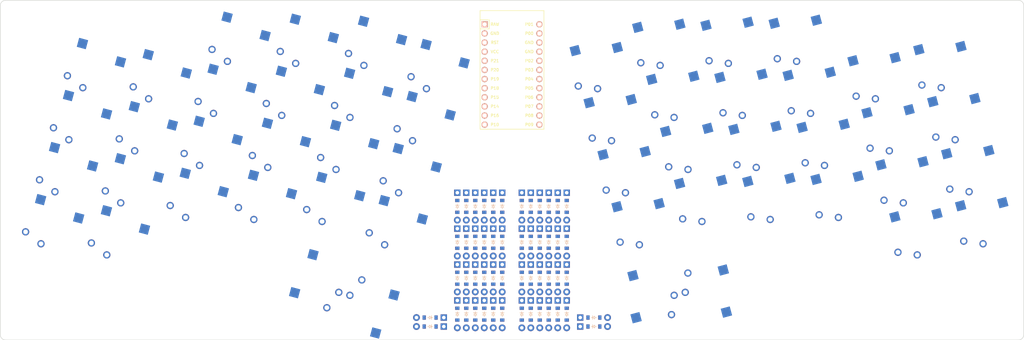
<source format=kicad_pcb>
(kicad_pcb (version 20171130) (host pcbnew 5.1.6)
  (title_block (title tin52cd) (rev v1.0.0) (company Unknown))
  (layers (0 F.Cu signal) (31 B.Cu signal) (34 B.Paste user) (35 F.Paste user) (36 B.SilkS user) (37 F.SilkS user) (38 B.Mask user) (39 F.Mask user) (44 Edge.Cuts user))
  (net 0 "")
  (net 1 "P1")
  (net 2 "outer_bottom")
  (net 3 "outer_home")
  (net 4 "outer_top")
  (net 5 "outer_num")
  (net 6 "P0")
  (net 7 "pinky_bottom")
  (net 8 "pinky_home")
  (net 9 "pinky_top")
  (net 10 "pinky_num")
  (net 11 "P2")
  (net 12 "ring_bottom")
  (net 13 "ring_home")
  (net 14 "ring_top")
  (net 15 "ring_num")
  (net 16 "P3")
  (net 17 "middle_bottom")
  (net 18 "middle_home")
  (net 19 "middle_top")
  (net 20 "middle_num")
  (net 21 "P4")
  (net 22 "index_bottom")
  (net 23 "index_home")
  (net 24 "index_top")
  (net 25 "index_num")
  (net 26 "P5")
  (net 27 "inner_bottom")
  (net 28 "inner_home")
  (net 29 "inner_top")
  (net 30 "inner_num")
  (net 31 "outer_thumb")
  (net 32 "inner_thumb")
  (net 33 "P6")
  (net 34 "P7")
  (net 35 "P8")
  (net 36 "P9")
  (net 37 "index_thumb")
  (net 38 "P10")
  (net 39 "P21")
  (net 40 "mirror_outer_bottom")
  (net 41 "mirror_outer_home")
  (net 42 "mirror_outer_top")
  (net 43 "mirror_outer_num")
  (net 44 "P20")
  (net 45 "mirror_pinky_bottom")
  (net 46 "mirror_pinky_home")
  (net 47 "mirror_pinky_top")
  (net 48 "mirror_pinky_num")
  (net 49 "P19")
  (net 50 "mirror_ring_bottom")
  (net 51 "mirror_ring_home")
  (net 52 "mirror_ring_top")
  (net 53 "mirror_ring_num")
  (net 54 "P18")
  (net 55 "mirror_middle_bottom")
  (net 56 "mirror_middle_home")
  (net 57 "mirror_middle_top")
  (net 58 "mirror_middle_num")
  (net 59 "P15")
  (net 60 "mirror_index_bottom")
  (net 61 "mirror_index_home")
  (net 62 "mirror_index_top")
  (net 63 "mirror_index_num")
  (net 64 "P14")
  (net 65 "mirror_inner_bottom")
  (net 66 "mirror_inner_home")
  (net 67 "mirror_inner_top")
  (net 68 "mirror_inner_num")
  (net 69 "mirror_outer_thumb")
  (net 70 "mirror_inner_thumb")
  (net 71 "mirror_index_thumb")
  (net 72 "RAW")
  (net 73 "GND")
  (net 74 "RST")
  (net 75 "VCC")
  (net 76 "P16")
  (module PG1350 (layer F.Cu) (at 17.8696278 4.7881523 165)
    (fp_text reference "S1" hide)
    (fp_text value "" hide)
    (pad "" np_thru_hole circle (at 0 0) (size 3.429 3.429) (drill 3.429) (layers *.Cu *.Mask))
    (pad "" np_thru_hole circle (at 5.5 0) (size 1.7018 1.7018) (drill 1.7018) (layers *.Cu *.Mask))
    (pad "" np_thru_hole circle (at -5.5 0) (size 1.7018 1.7018) (drill 1.7018) (layers *.Cu *.Mask))
    (pad 1 thru_hole circle (at 5 -3.8) (size 2.032 2.032) (drill 1.27) (layers *.Cu *.Mask) (net 1 "P1"))
    (pad 2 thru_hole circle (at 0 -5.9) (size 2.032 2.032) (drill 1.27) (layers *.Cu *.Mask) (net 2 "outer_bottom"))
  )
  (module PG1350 (layer F.Cu) (at 17.8696278 4.7881523 -15)
    (fp_text reference "S2" hide)
    (fp_text value "" hide)
    (pad "" np_thru_hole circle (at 0 0) (size 3.429 3.429) (drill 3.429) (layers *.Cu *.Mask))
    (pad "" np_thru_hole circle (at 5.5 0) (size 1.7018 1.7018) (drill 1.7018) (layers *.Cu *.Mask))
    (pad "" np_thru_hole circle (at -5.5 0) (size 1.7018 1.7018) (drill 1.7018) (layers *.Cu *.Mask))
    (pad "" np_thru_hole circle (at 5 -3.75) (size 3 3) (drill 3) (layers *.Cu *.Mask))
    (pad "" np_thru_hole circle (at 0 -5.95) (size 3 3) (drill 3) (layers *.Cu *.Mask))
    (pad 1 smd rect (at -3.275 -5.95 -15) (size 2.6 2.6) (layers B.Cu B.Paste B.Mask) (net 1 "P1"))
    (pad 2 smd rect (at 8.275 -3.75 -15) (size 2.6 2.6) (layers B.Cu B.Paste B.Mask) (net 2 "outer_bottom"))
  )
  (module PG1350 (layer F.Cu) (at 21.7519135 -9.7007351 165)
    (fp_text reference "S3" hide)
    (fp_text value "" hide)
    (pad "" np_thru_hole circle (at 0 0) (size 3.429 3.429) (drill 3.429) (layers *.Cu *.Mask))
    (pad "" np_thru_hole circle (at 5.5 0) (size 1.7018 1.7018) (drill 1.7018) (layers *.Cu *.Mask))
    (pad "" np_thru_hole circle (at -5.5 0) (size 1.7018 1.7018) (drill 1.7018) (layers *.Cu *.Mask))
    (pad 1 thru_hole circle (at 5 -3.8) (size 2.032 2.032) (drill 1.27) (layers *.Cu *.Mask) (net 1 "P1"))
    (pad 2 thru_hole circle (at 0 -5.9) (size 2.032 2.032) (drill 1.27) (layers *.Cu *.Mask) (net 3 "outer_home"))
  )
  (module PG1350 (layer F.Cu) (at 21.7519135 -9.7007351 -15)
    (fp_text reference "S4" hide)
    (fp_text value "" hide)
    (pad "" np_thru_hole circle (at 0 0) (size 3.429 3.429) (drill 3.429) (layers *.Cu *.Mask))
    (pad "" np_thru_hole circle (at 5.5 0) (size 1.7018 1.7018) (drill 1.7018) (layers *.Cu *.Mask))
    (pad "" np_thru_hole circle (at -5.5 0) (size 1.7018 1.7018) (drill 1.7018) (layers *.Cu *.Mask))
    (pad "" np_thru_hole circle (at 5 -3.75) (size 3 3) (drill 3) (layers *.Cu *.Mask))
    (pad "" np_thru_hole circle (at 0 -5.95) (size 3 3) (drill 3) (layers *.Cu *.Mask))
    (pad 1 smd rect (at -3.275 -5.95 -15) (size 2.6 2.6) (layers B.Cu B.Paste B.Mask) (net 1 "P1"))
    (pad 2 smd rect (at 8.275 -3.75 -15) (size 2.6 2.6) (layers B.Cu B.Paste B.Mask) (net 3 "outer_home"))
  )
  (module PG1350 (layer F.Cu) (at 25.6341991 -24.1896225 165)
    (fp_text reference "S5" hide)
    (fp_text value "" hide)
    (pad "" np_thru_hole circle (at 0 0) (size 3.429 3.429) (drill 3.429) (layers *.Cu *.Mask))
    (pad "" np_thru_hole circle (at 5.5 0) (size 1.7018 1.7018) (drill 1.7018) (layers *.Cu *.Mask))
    (pad "" np_thru_hole circle (at -5.5 0) (size 1.7018 1.7018) (drill 1.7018) (layers *.Cu *.Mask))
    (pad 1 thru_hole circle (at 5 -3.8) (size 2.032 2.032) (drill 1.27) (layers *.Cu *.Mask) (net 1 "P1"))
    (pad 2 thru_hole circle (at 0 -5.9) (size 2.032 2.032) (drill 1.27) (layers *.Cu *.Mask) (net 4 "outer_top"))
  )
  (module PG1350 (layer F.Cu) (at 25.6341991 -24.1896225 -15)
    (fp_text reference "S6" hide)
    (fp_text value "" hide)
    (pad "" np_thru_hole circle (at 0 0) (size 3.429 3.429) (drill 3.429) (layers *.Cu *.Mask))
    (pad "" np_thru_hole circle (at 5.5 0) (size 1.7018 1.7018) (drill 1.7018) (layers *.Cu *.Mask))
    (pad "" np_thru_hole circle (at -5.5 0) (size 1.7018 1.7018) (drill 1.7018) (layers *.Cu *.Mask))
    (pad "" np_thru_hole circle (at 5 -3.75) (size 3 3) (drill 3) (layers *.Cu *.Mask))
    (pad "" np_thru_hole circle (at 0 -5.95) (size 3 3) (drill 3) (layers *.Cu *.Mask))
    (pad 1 smd rect (at -3.275 -5.95 -15) (size 2.6 2.6) (layers B.Cu B.Paste B.Mask) (net 1 "P1"))
    (pad 2 smd rect (at 8.275 -3.75 -15) (size 2.6 2.6) (layers B.Cu B.Paste B.Mask) (net 4 "outer_top"))
  )
  (module PG1350 (layer F.Cu) (at 29.5164848 -38.6785098 165)
    (fp_text reference "S7" hide)
    (fp_text value "" hide)
    (pad "" np_thru_hole circle (at 0 0) (size 3.429 3.429) (drill 3.429) (layers *.Cu *.Mask))
    (pad "" np_thru_hole circle (at 5.5 0) (size 1.7018 1.7018) (drill 1.7018) (layers *.Cu *.Mask))
    (pad "" np_thru_hole circle (at -5.5 0) (size 1.7018 1.7018) (drill 1.7018) (layers *.Cu *.Mask))
    (pad 1 thru_hole circle (at 5 -3.8) (size 2.032 2.032) (drill 1.27) (layers *.Cu *.Mask) (net 1 "P1"))
    (pad 2 thru_hole circle (at 0 -5.9) (size 2.032 2.032) (drill 1.27) (layers *.Cu *.Mask) (net 5 "outer_num"))
  )
  (module PG1350 (layer F.Cu) (at 29.5164848 -38.6785098 -15)
    (fp_text reference "S8" hide)
    (fp_text value "" hide)
    (pad "" np_thru_hole circle (at 0 0) (size 3.429 3.429) (drill 3.429) (layers *.Cu *.Mask))
    (pad "" np_thru_hole circle (at 5.5 0) (size 1.7018 1.7018) (drill 1.7018) (layers *.Cu *.Mask))
    (pad "" np_thru_hole circle (at -5.5 0) (size 1.7018 1.7018) (drill 1.7018) (layers *.Cu *.Mask))
    (pad "" np_thru_hole circle (at 5 -3.75) (size 3 3) (drill 3) (layers *.Cu *.Mask))
    (pad "" np_thru_hole circle (at 0 -5.95) (size 3 3) (drill 3) (layers *.Cu *.Mask))
    (pad 1 smd rect (at -3.275 -5.95 -15) (size 2.6 2.6) (layers B.Cu B.Paste B.Mask) (net 1 "P1"))
    (pad 2 smd rect (at 8.275 -3.75 -15) (size 2.6 2.6) (layers B.Cu B.Paste B.Mask) (net 5 "outer_num"))
  )
  (module PG1350 (layer F.Cu) (at 36.1921889 7.8859345 165)
    (fp_text reference "S9" hide)
    (fp_text value "" hide)
    (pad "" np_thru_hole circle (at 0 0) (size 3.429 3.429) (drill 3.429) (layers *.Cu *.Mask))
    (pad "" np_thru_hole circle (at 5.5 0) (size 1.7018 1.7018) (drill 1.7018) (layers *.Cu *.Mask))
    (pad "" np_thru_hole circle (at -5.5 0) (size 1.7018 1.7018) (drill 1.7018) (layers *.Cu *.Mask))
    (pad 1 thru_hole circle (at 5 -3.8) (size 2.032 2.032) (drill 1.27) (layers *.Cu *.Mask) (net 6 "P0"))
    (pad 2 thru_hole circle (at 0 -5.9) (size 2.032 2.032) (drill 1.27) (layers *.Cu *.Mask) (net 7 "pinky_bottom"))
  )
  (module PG1350 (layer F.Cu) (at 36.1921889 7.8859345 -15)
    (fp_text reference "S10" hide)
    (fp_text value "" hide)
    (pad "" np_thru_hole circle (at 0 0) (size 3.429 3.429) (drill 3.429) (layers *.Cu *.Mask))
    (pad "" np_thru_hole circle (at 5.5 0) (size 1.7018 1.7018) (drill 1.7018) (layers *.Cu *.Mask))
    (pad "" np_thru_hole circle (at -5.5 0) (size 1.7018 1.7018) (drill 1.7018) (layers *.Cu *.Mask))
    (pad "" np_thru_hole circle (at 5 -3.75) (size 3 3) (drill 3) (layers *.Cu *.Mask))
    (pad "" np_thru_hole circle (at 0 -5.95) (size 3 3) (drill 3) (layers *.Cu *.Mask))
    (pad 1 smd rect (at -3.275 -5.95 -15) (size 2.6 2.6) (layers B.Cu B.Paste B.Mask) (net 6 "P0"))
    (pad 2 smd rect (at 8.275 -3.75 -15) (size 2.6 2.6) (layers B.Cu B.Paste B.Mask) (net 7 "pinky_bottom"))
  )
  (module PG1350 (layer F.Cu) (at 40.0744746 -6.6029529 165)
    (fp_text reference "S11" hide)
    (fp_text value "" hide)
    (pad "" np_thru_hole circle (at 0 0) (size 3.429 3.429) (drill 3.429) (layers *.Cu *.Mask))
    (pad "" np_thru_hole circle (at 5.5 0) (size 1.7018 1.7018) (drill 1.7018) (layers *.Cu *.Mask))
    (pad "" np_thru_hole circle (at -5.5 0) (size 1.7018 1.7018) (drill 1.7018) (layers *.Cu *.Mask))
    (pad 1 thru_hole circle (at 5 -3.8) (size 2.032 2.032) (drill 1.27) (layers *.Cu *.Mask) (net 6 "P0"))
    (pad 2 thru_hole circle (at 0 -5.9) (size 2.032 2.032) (drill 1.27) (layers *.Cu *.Mask) (net 8 "pinky_home"))
  )
  (module PG1350 (layer F.Cu) (at 40.0744746 -6.6029529 -15)
    (fp_text reference "S12" hide)
    (fp_text value "" hide)
    (pad "" np_thru_hole circle (at 0 0) (size 3.429 3.429) (drill 3.429) (layers *.Cu *.Mask))
    (pad "" np_thru_hole circle (at 5.5 0) (size 1.7018 1.7018) (drill 1.7018) (layers *.Cu *.Mask))
    (pad "" np_thru_hole circle (at -5.5 0) (size 1.7018 1.7018) (drill 1.7018) (layers *.Cu *.Mask))
    (pad "" np_thru_hole circle (at 5 -3.75) (size 3 3) (drill 3) (layers *.Cu *.Mask))
    (pad "" np_thru_hole circle (at 0 -5.95) (size 3 3) (drill 3) (layers *.Cu *.Mask))
    (pad 1 smd rect (at -3.275 -5.95 -15) (size 2.6 2.6) (layers B.Cu B.Paste B.Mask) (net 6 "P0"))
    (pad 2 smd rect (at 8.275 -3.75 -15) (size 2.6 2.6) (layers B.Cu B.Paste B.Mask) (net 8 "pinky_home"))
  )
  (module PG1350 (layer F.Cu) (at 43.9567603 -21.0918403 165)
    (fp_text reference "S13" hide)
    (fp_text value "" hide)
    (pad "" np_thru_hole circle (at 0 0) (size 3.429 3.429) (drill 3.429) (layers *.Cu *.Mask))
    (pad "" np_thru_hole circle (at 5.5 0) (size 1.7018 1.7018) (drill 1.7018) (layers *.Cu *.Mask))
    (pad "" np_thru_hole circle (at -5.5 0) (size 1.7018 1.7018) (drill 1.7018) (layers *.Cu *.Mask))
    (pad 1 thru_hole circle (at 5 -3.8) (size 2.032 2.032) (drill 1.27) (layers *.Cu *.Mask) (net 6 "P0"))
    (pad 2 thru_hole circle (at 0 -5.9) (size 2.032 2.032) (drill 1.27) (layers *.Cu *.Mask) (net 9 "pinky_top"))
  )
  (module PG1350 (layer F.Cu) (at 43.9567603 -21.0918403 -15)
    (fp_text reference "S14" hide)
    (fp_text value "" hide)
    (pad "" np_thru_hole circle (at 0 0) (size 3.429 3.429) (drill 3.429) (layers *.Cu *.Mask))
    (pad "" np_thru_hole circle (at 5.5 0) (size 1.7018 1.7018) (drill 1.7018) (layers *.Cu *.Mask))
    (pad "" np_thru_hole circle (at -5.5 0) (size 1.7018 1.7018) (drill 1.7018) (layers *.Cu *.Mask))
    (pad "" np_thru_hole circle (at 5 -3.75) (size 3 3) (drill 3) (layers *.Cu *.Mask))
    (pad "" np_thru_hole circle (at 0 -5.95) (size 3 3) (drill 3) (layers *.Cu *.Mask))
    (pad 1 smd rect (at -3.275 -5.95 -15) (size 2.6 2.6) (layers B.Cu B.Paste B.Mask) (net 6 "P0"))
    (pad 2 smd rect (at 8.275 -3.75 -15) (size 2.6 2.6) (layers B.Cu B.Paste B.Mask) (net 9 "pinky_top"))
  )
  (module PG1350 (layer F.Cu) (at 47.8390459 -35.5807277 165)
    (fp_text reference "S15" hide)
    (fp_text value "" hide)
    (pad "" np_thru_hole circle (at 0 0) (size 3.429 3.429) (drill 3.429) (layers *.Cu *.Mask))
    (pad "" np_thru_hole circle (at 5.5 0) (size 1.7018 1.7018) (drill 1.7018) (layers *.Cu *.Mask))
    (pad "" np_thru_hole circle (at -5.5 0) (size 1.7018 1.7018) (drill 1.7018) (layers *.Cu *.Mask))
    (pad 1 thru_hole circle (at 5 -3.8) (size 2.032 2.032) (drill 1.27) (layers *.Cu *.Mask) (net 6 "P0"))
    (pad 2 thru_hole circle (at 0 -5.9) (size 2.032 2.032) (drill 1.27) (layers *.Cu *.Mask) (net 10 "pinky_num"))
  )
  (module PG1350 (layer F.Cu) (at 47.8390459 -35.5807277 -15)
    (fp_text reference "S16" hide)
    (fp_text value "" hide)
    (pad "" np_thru_hole circle (at 0 0) (size 3.429 3.429) (drill 3.429) (layers *.Cu *.Mask))
    (pad "" np_thru_hole circle (at 5.5 0) (size 1.7018 1.7018) (drill 1.7018) (layers *.Cu *.Mask))
    (pad "" np_thru_hole circle (at -5.5 0) (size 1.7018 1.7018) (drill 1.7018) (layers *.Cu *.Mask))
    (pad "" np_thru_hole circle (at 5 -3.75) (size 3 3) (drill 3) (layers *.Cu *.Mask))
    (pad "" np_thru_hole circle (at 0 -5.95) (size 3 3) (drill 3) (layers *.Cu *.Mask))
    (pad 1 smd rect (at -3.275 -5.95 -15) (size 2.6 2.6) (layers B.Cu B.Paste B.Mask) (net 6 "P0"))
    (pad 2 smd rect (at 8.275 -3.75 -15) (size 2.6 2.6) (layers B.Cu B.Paste B.Mask) (net 10 "pinky_num"))
  )
  (module PG1350 (layer F.Cu) (at 58.1382166 -2.539245 165)
    (fp_text reference "S17" hide)
    (fp_text value "" hide)
    (pad "" np_thru_hole circle (at 0 0) (size 3.429 3.429) (drill 3.429) (layers *.Cu *.Mask))
    (pad "" np_thru_hole circle (at 5.5 0) (size 1.7018 1.7018) (drill 1.7018) (layers *.Cu *.Mask))
    (pad "" np_thru_hole circle (at -5.5 0) (size 1.7018 1.7018) (drill 1.7018) (layers *.Cu *.Mask))
    (pad 1 thru_hole circle (at 5 -3.8) (size 2.032 2.032) (drill 1.27) (layers *.Cu *.Mask) (net 11 "P2"))
    (pad 2 thru_hole circle (at 0 -5.9) (size 2.032 2.032) (drill 1.27) (layers *.Cu *.Mask) (net 12 "ring_bottom"))
  )
  (module PG1350 (layer F.Cu) (at 58.1382166 -2.539245 -15)
    (fp_text reference "S18" hide)
    (fp_text value "" hide)
    (pad "" np_thru_hole circle (at 0 0) (size 3.429 3.429) (drill 3.429) (layers *.Cu *.Mask))
    (pad "" np_thru_hole circle (at 5.5 0) (size 1.7018 1.7018) (drill 1.7018) (layers *.Cu *.Mask))
    (pad "" np_thru_hole circle (at -5.5 0) (size 1.7018 1.7018) (drill 1.7018) (layers *.Cu *.Mask))
    (pad "" np_thru_hole circle (at 5 -3.75) (size 3 3) (drill 3) (layers *.Cu *.Mask))
    (pad "" np_thru_hole circle (at 0 -5.95) (size 3 3) (drill 3) (layers *.Cu *.Mask))
    (pad 1 smd rect (at -3.275 -5.95 -15) (size 2.6 2.6) (layers B.Cu B.Paste B.Mask) (net 11 "P2"))
    (pad 2 smd rect (at 8.275 -3.75 -15) (size 2.6 2.6) (layers B.Cu B.Paste B.Mask) (net 12 "ring_bottom"))
  )
  (module PG1350 (layer F.Cu) (at 62.0205023 -17.0281324 165)
    (fp_text reference "S19" hide)
    (fp_text value "" hide)
    (pad "" np_thru_hole circle (at 0 0) (size 3.429 3.429) (drill 3.429) (layers *.Cu *.Mask))
    (pad "" np_thru_hole circle (at 5.5 0) (size 1.7018 1.7018) (drill 1.7018) (layers *.Cu *.Mask))
    (pad "" np_thru_hole circle (at -5.5 0) (size 1.7018 1.7018) (drill 1.7018) (layers *.Cu *.Mask))
    (pad 1 thru_hole circle (at 5 -3.8) (size 2.032 2.032) (drill 1.27) (layers *.Cu *.Mask) (net 11 "P2"))
    (pad 2 thru_hole circle (at 0 -5.9) (size 2.032 2.032) (drill 1.27) (layers *.Cu *.Mask) (net 13 "ring_home"))
  )
  (module PG1350 (layer F.Cu) (at 62.0205023 -17.0281324 -15)
    (fp_text reference "S20" hide)
    (fp_text value "" hide)
    (pad "" np_thru_hole circle (at 0 0) (size 3.429 3.429) (drill 3.429) (layers *.Cu *.Mask))
    (pad "" np_thru_hole circle (at 5.5 0) (size 1.7018 1.7018) (drill 1.7018) (layers *.Cu *.Mask))
    (pad "" np_thru_hole circle (at -5.5 0) (size 1.7018 1.7018) (drill 1.7018) (layers *.Cu *.Mask))
    (pad "" np_thru_hole circle (at 5 -3.75) (size 3 3) (drill 3) (layers *.Cu *.Mask))
    (pad "" np_thru_hole circle (at 0 -5.95) (size 3 3) (drill 3) (layers *.Cu *.Mask))
    (pad 1 smd rect (at -3.275 -5.95 -15) (size 2.6 2.6) (layers B.Cu B.Paste B.Mask) (net 11 "P2"))
    (pad 2 smd rect (at 8.275 -3.75 -15) (size 2.6 2.6) (layers B.Cu B.Paste B.Mask) (net 13 "ring_home"))
  )
  (module PG1350 (layer F.Cu) (at 65.902788 -31.5170197 165)
    (fp_text reference "S21" hide)
    (fp_text value "" hide)
    (pad "" np_thru_hole circle (at 0 0) (size 3.429 3.429) (drill 3.429) (layers *.Cu *.Mask))
    (pad "" np_thru_hole circle (at 5.5 0) (size 1.7018 1.7018) (drill 1.7018) (layers *.Cu *.Mask))
    (pad "" np_thru_hole circle (at -5.5 0) (size 1.7018 1.7018) (drill 1.7018) (layers *.Cu *.Mask))
    (pad 1 thru_hole circle (at 5 -3.8) (size 2.032 2.032) (drill 1.27) (layers *.Cu *.Mask) (net 11 "P2"))
    (pad 2 thru_hole circle (at 0 -5.9) (size 2.032 2.032) (drill 1.27) (layers *.Cu *.Mask) (net 14 "ring_top"))
  )
  (module PG1350 (layer F.Cu) (at 65.902788 -31.5170197 -15)
    (fp_text reference "S22" hide)
    (fp_text value "" hide)
    (pad "" np_thru_hole circle (at 0 0) (size 3.429 3.429) (drill 3.429) (layers *.Cu *.Mask))
    (pad "" np_thru_hole circle (at 5.5 0) (size 1.7018 1.7018) (drill 1.7018) (layers *.Cu *.Mask))
    (pad "" np_thru_hole circle (at -5.5 0) (size 1.7018 1.7018) (drill 1.7018) (layers *.Cu *.Mask))
    (pad "" np_thru_hole circle (at 5 -3.75) (size 3 3) (drill 3) (layers *.Cu *.Mask))
    (pad "" np_thru_hole circle (at 0 -5.95) (size 3 3) (drill 3) (layers *.Cu *.Mask))
    (pad 1 smd rect (at -3.275 -5.95 -15) (size 2.6 2.6) (layers B.Cu B.Paste B.Mask) (net 11 "P2"))
    (pad 2 smd rect (at 8.275 -3.75 -15) (size 2.6 2.6) (layers B.Cu B.Paste B.Mask) (net 14 "ring_top"))
  )
  (module PG1350 (layer F.Cu) (at 69.7850737 -46.0059071 165)
    (fp_text reference "S23" hide)
    (fp_text value "" hide)
    (pad "" np_thru_hole circle (at 0 0) (size 3.429 3.429) (drill 3.429) (layers *.Cu *.Mask))
    (pad "" np_thru_hole circle (at 5.5 0) (size 1.7018 1.7018) (drill 1.7018) (layers *.Cu *.Mask))
    (pad "" np_thru_hole circle (at -5.5 0) (size 1.7018 1.7018) (drill 1.7018) (layers *.Cu *.Mask))
    (pad 1 thru_hole circle (at 5 -3.8) (size 2.032 2.032) (drill 1.27) (layers *.Cu *.Mask) (net 11 "P2"))
    (pad 2 thru_hole circle (at 0 -5.9) (size 2.032 2.032) (drill 1.27) (layers *.Cu *.Mask) (net 15 "ring_num"))
  )
  (module PG1350 (layer F.Cu) (at 69.7850737 -46.0059071 -15)
    (fp_text reference "S24" hide)
    (fp_text value "" hide)
    (pad "" np_thru_hole circle (at 0 0) (size 3.429 3.429) (drill 3.429) (layers *.Cu *.Mask))
    (pad "" np_thru_hole circle (at 5.5 0) (size 1.7018 1.7018) (drill 1.7018) (layers *.Cu *.Mask))
    (pad "" np_thru_hole circle (at -5.5 0) (size 1.7018 1.7018) (drill 1.7018) (layers *.Cu *.Mask))
    (pad "" np_thru_hole circle (at 5 -3.75) (size 3 3) (drill 3) (layers *.Cu *.Mask))
    (pad "" np_thru_hole circle (at 0 -5.95) (size 3 3) (drill 3) (layers *.Cu *.Mask))
    (pad 1 smd rect (at -3.275 -5.95 -15) (size 2.6 2.6) (layers B.Cu B.Paste B.Mask) (net 11 "P2"))
    (pad 2 smd rect (at 8.275 -3.75 -15) (size 2.6 2.6) (layers B.Cu B.Paste B.Mask) (net 15 "ring_num"))
  )
  (module PG1350 (layer F.Cu) (at 77.1401778 -1.9770181 165)
    (fp_text reference "S25" hide)
    (fp_text value "" hide)
    (pad "" np_thru_hole circle (at 0 0) (size 3.429 3.429) (drill 3.429) (layers *.Cu *.Mask))
    (pad "" np_thru_hole circle (at 5.5 0) (size 1.7018 1.7018) (drill 1.7018) (layers *.Cu *.Mask))
    (pad "" np_thru_hole circle (at -5.5 0) (size 1.7018 1.7018) (drill 1.7018) (layers *.Cu *.Mask))
    (pad 1 thru_hole circle (at 5 -3.8) (size 2.032 2.032) (drill 1.27) (layers *.Cu *.Mask) (net 16 "P3"))
    (pad 2 thru_hole circle (at 0 -5.9) (size 2.032 2.032) (drill 1.27) (layers *.Cu *.Mask) (net 17 "middle_bottom"))
  )
  (module PG1350 (layer F.Cu) (at 77.1401778 -1.9770181 -15)
    (fp_text reference "S26" hide)
    (fp_text value "" hide)
    (pad "" np_thru_hole circle (at 0 0) (size 3.429 3.429) (drill 3.429) (layers *.Cu *.Mask))
    (pad "" np_thru_hole circle (at 5.5 0) (size 1.7018 1.7018) (drill 1.7018) (layers *.Cu *.Mask))
    (pad "" np_thru_hole circle (at -5.5 0) (size 1.7018 1.7018) (drill 1.7018) (layers *.Cu *.Mask))
    (pad "" np_thru_hole circle (at 5 -3.75) (size 3 3) (drill 3) (layers *.Cu *.Mask))
    (pad "" np_thru_hole circle (at 0 -5.95) (size 3 3) (drill 3) (layers *.Cu *.Mask))
    (pad 1 smd rect (at -3.275 -5.95 -15) (size 2.6 2.6) (layers B.Cu B.Paste B.Mask) (net 16 "P3"))
    (pad 2 smd rect (at 8.275 -3.75 -15) (size 2.6 2.6) (layers B.Cu B.Paste B.Mask) (net 17 "middle_bottom"))
  )
  (module PG1350 (layer F.Cu) (at 81.0224634 -16.4659055 165)
    (fp_text reference "S27" hide)
    (fp_text value "" hide)
    (pad "" np_thru_hole circle (at 0 0) (size 3.429 3.429) (drill 3.429) (layers *.Cu *.Mask))
    (pad "" np_thru_hole circle (at 5.5 0) (size 1.7018 1.7018) (drill 1.7018) (layers *.Cu *.Mask))
    (pad "" np_thru_hole circle (at -5.5 0) (size 1.7018 1.7018) (drill 1.7018) (layers *.Cu *.Mask))
    (pad 1 thru_hole circle (at 5 -3.8) (size 2.032 2.032) (drill 1.27) (layers *.Cu *.Mask) (net 16 "P3"))
    (pad 2 thru_hole circle (at 0 -5.9) (size 2.032 2.032) (drill 1.27) (layers *.Cu *.Mask) (net 18 "middle_home"))
  )
  (module PG1350 (layer F.Cu) (at 81.0224634 -16.4659055 -15)
    (fp_text reference "S28" hide)
    (fp_text value "" hide)
    (pad "" np_thru_hole circle (at 0 0) (size 3.429 3.429) (drill 3.429) (layers *.Cu *.Mask))
    (pad "" np_thru_hole circle (at 5.5 0) (size 1.7018 1.7018) (drill 1.7018) (layers *.Cu *.Mask))
    (pad "" np_thru_hole circle (at -5.5 0) (size 1.7018 1.7018) (drill 1.7018) (layers *.Cu *.Mask))
    (pad "" np_thru_hole circle (at 5 -3.75) (size 3 3) (drill 3) (layers *.Cu *.Mask))
    (pad "" np_thru_hole circle (at 0 -5.95) (size 3 3) (drill 3) (layers *.Cu *.Mask))
    (pad 1 smd rect (at -3.275 -5.95 -15) (size 2.6 2.6) (layers B.Cu B.Paste B.Mask) (net 16 "P3"))
    (pad 2 smd rect (at 8.275 -3.75 -15) (size 2.6 2.6) (layers B.Cu B.Paste B.Mask) (net 18 "middle_home"))
  )
  (module PG1350 (layer F.Cu) (at 84.9047491 -30.9547929 165)
    (fp_text reference "S29" hide)
    (fp_text value "" hide)
    (pad "" np_thru_hole circle (at 0 0) (size 3.429 3.429) (drill 3.429) (layers *.Cu *.Mask))
    (pad "" np_thru_hole circle (at 5.5 0) (size 1.7018 1.7018) (drill 1.7018) (layers *.Cu *.Mask))
    (pad "" np_thru_hole circle (at -5.5 0) (size 1.7018 1.7018) (drill 1.7018) (layers *.Cu *.Mask))
    (pad 1 thru_hole circle (at 5 -3.8) (size 2.032 2.032) (drill 1.27) (layers *.Cu *.Mask) (net 16 "P3"))
    (pad 2 thru_hole circle (at 0 -5.9) (size 2.032 2.032) (drill 1.27) (layers *.Cu *.Mask) (net 19 "middle_top"))
  )
  (module PG1350 (layer F.Cu) (at 84.9047491 -30.9547929 -15)
    (fp_text reference "S30" hide)
    (fp_text value "" hide)
    (pad "" np_thru_hole circle (at 0 0) (size 3.429 3.429) (drill 3.429) (layers *.Cu *.Mask))
    (pad "" np_thru_hole circle (at 5.5 0) (size 1.7018 1.7018) (drill 1.7018) (layers *.Cu *.Mask))
    (pad "" np_thru_hole circle (at -5.5 0) (size 1.7018 1.7018) (drill 1.7018) (layers *.Cu *.Mask))
    (pad "" np_thru_hole circle (at 5 -3.75) (size 3 3) (drill 3) (layers *.Cu *.Mask))
    (pad "" np_thru_hole circle (at 0 -5.95) (size 3 3) (drill 3) (layers *.Cu *.Mask))
    (pad 1 smd rect (at -3.275 -5.95 -15) (size 2.6 2.6) (layers B.Cu B.Paste B.Mask) (net 16 "P3"))
    (pad 2 smd rect (at 8.275 -3.75 -15) (size 2.6 2.6) (layers B.Cu B.Paste B.Mask) (net 19 "middle_top"))
  )
  (module PG1350 (layer F.Cu) (at 88.7870348 -45.4436803 165)
    (fp_text reference "S31" hide)
    (fp_text value "" hide)
    (pad "" np_thru_hole circle (at 0 0) (size 3.429 3.429) (drill 3.429) (layers *.Cu *.Mask))
    (pad "" np_thru_hole circle (at 5.5 0) (size 1.7018 1.7018) (drill 1.7018) (layers *.Cu *.Mask))
    (pad "" np_thru_hole circle (at -5.5 0) (size 1.7018 1.7018) (drill 1.7018) (layers *.Cu *.Mask))
    (pad 1 thru_hole circle (at 5 -3.8) (size 2.032 2.032) (drill 1.27) (layers *.Cu *.Mask) (net 16 "P3"))
    (pad 2 thru_hole circle (at 0 -5.9) (size 2.032 2.032) (drill 1.27) (layers *.Cu *.Mask) (net 20 "middle_num"))
  )
  (module PG1350 (layer F.Cu) (at 88.7870348 -45.4436803 -15)
    (fp_text reference "S32" hide)
    (fp_text value "" hide)
    (pad "" np_thru_hole circle (at 0 0) (size 3.429 3.429) (drill 3.429) (layers *.Cu *.Mask))
    (pad "" np_thru_hole circle (at 5.5 0) (size 1.7018 1.7018) (drill 1.7018) (layers *.Cu *.Mask))
    (pad "" np_thru_hole circle (at -5.5 0) (size 1.7018 1.7018) (drill 1.7018) (layers *.Cu *.Mask))
    (pad "" np_thru_hole circle (at 5 -3.75) (size 3 3) (drill 3) (layers *.Cu *.Mask))
    (pad "" np_thru_hole circle (at 0 -5.95) (size 3 3) (drill 3) (layers *.Cu *.Mask))
    (pad 1 smd rect (at -3.275 -5.95 -15) (size 2.6 2.6) (layers B.Cu B.Paste B.Mask) (net 16 "P3"))
    (pad 2 smd rect (at 8.275 -3.75 -15) (size 2.6 2.6) (layers B.Cu B.Paste B.Mask) (net 20 "middle_num"))
  )
  (module PG1350 (layer F.Cu) (at 96.1421389 -1.4147913 165)
    (fp_text reference "S33" hide)
    (fp_text value "" hide)
    (pad "" np_thru_hole circle (at 0 0) (size 3.429 3.429) (drill 3.429) (layers *.Cu *.Mask))
    (pad "" np_thru_hole circle (at 5.5 0) (size 1.7018 1.7018) (drill 1.7018) (layers *.Cu *.Mask))
    (pad "" np_thru_hole circle (at -5.5 0) (size 1.7018 1.7018) (drill 1.7018) (layers *.Cu *.Mask))
    (pad 1 thru_hole circle (at 5 -3.8) (size 2.032 2.032) (drill 1.27) (layers *.Cu *.Mask) (net 21 "P4"))
    (pad 2 thru_hole circle (at 0 -5.9) (size 2.032 2.032) (drill 1.27) (layers *.Cu *.Mask) (net 22 "index_bottom"))
  )
  (module PG1350 (layer F.Cu) (at 96.1421389 -1.4147913 -15)
    (fp_text reference "S34" hide)
    (fp_text value "" hide)
    (pad "" np_thru_hole circle (at 0 0) (size 3.429 3.429) (drill 3.429) (layers *.Cu *.Mask))
    (pad "" np_thru_hole circle (at 5.5 0) (size 1.7018 1.7018) (drill 1.7018) (layers *.Cu *.Mask))
    (pad "" np_thru_hole circle (at -5.5 0) (size 1.7018 1.7018) (drill 1.7018) (layers *.Cu *.Mask))
    (pad "" np_thru_hole circle (at 5 -3.75) (size 3 3) (drill 3) (layers *.Cu *.Mask))
    (pad "" np_thru_hole circle (at 0 -5.95) (size 3 3) (drill 3) (layers *.Cu *.Mask))
    (pad 1 smd rect (at -3.275 -5.95 -15) (size 2.6 2.6) (layers B.Cu B.Paste B.Mask) (net 21 "P4"))
    (pad 2 smd rect (at 8.275 -3.75 -15) (size 2.6 2.6) (layers B.Cu B.Paste B.Mask) (net 22 "index_bottom"))
  )
  (module PG1350 (layer F.Cu) (at 100.0244245 -15.9036787 165)
    (fp_text reference "S35" hide)
    (fp_text value "" hide)
    (pad "" np_thru_hole circle (at 0 0) (size 3.429 3.429) (drill 3.429) (layers *.Cu *.Mask))
    (pad "" np_thru_hole circle (at 5.5 0) (size 1.7018 1.7018) (drill 1.7018) (layers *.Cu *.Mask))
    (pad "" np_thru_hole circle (at -5.5 0) (size 1.7018 1.7018) (drill 1.7018) (layers *.Cu *.Mask))
    (pad 1 thru_hole circle (at 5 -3.8) (size 2.032 2.032) (drill 1.27) (layers *.Cu *.Mask) (net 21 "P4"))
    (pad 2 thru_hole circle (at 0 -5.9) (size 2.032 2.032) (drill 1.27) (layers *.Cu *.Mask) (net 23 "index_home"))
  )
  (module PG1350 (layer F.Cu) (at 100.0244245 -15.9036787 -15)
    (fp_text reference "S36" hide)
    (fp_text value "" hide)
    (pad "" np_thru_hole circle (at 0 0) (size 3.429 3.429) (drill 3.429) (layers *.Cu *.Mask))
    (pad "" np_thru_hole circle (at 5.5 0) (size 1.7018 1.7018) (drill 1.7018) (layers *.Cu *.Mask))
    (pad "" np_thru_hole circle (at -5.5 0) (size 1.7018 1.7018) (drill 1.7018) (layers *.Cu *.Mask))
    (pad "" np_thru_hole circle (at 5 -3.75) (size 3 3) (drill 3) (layers *.Cu *.Mask))
    (pad "" np_thru_hole circle (at 0 -5.95) (size 3 3) (drill 3) (layers *.Cu *.Mask))
    (pad 1 smd rect (at -3.275 -5.95 -15) (size 2.6 2.6) (layers B.Cu B.Paste B.Mask) (net 21 "P4"))
    (pad 2 smd rect (at 8.275 -3.75 -15) (size 2.6 2.6) (layers B.Cu B.Paste B.Mask) (net 23 "index_home"))
  )
  (module PG1350 (layer F.Cu) (at 103.9067102 -30.3925661 165)
    (fp_text reference "S37" hide)
    (fp_text value "" hide)
    (pad "" np_thru_hole circle (at 0 0) (size 3.429 3.429) (drill 3.429) (layers *.Cu *.Mask))
    (pad "" np_thru_hole circle (at 5.5 0) (size 1.7018 1.7018) (drill 1.7018) (layers *.Cu *.Mask))
    (pad "" np_thru_hole circle (at -5.5 0) (size 1.7018 1.7018) (drill 1.7018) (layers *.Cu *.Mask))
    (pad 1 thru_hole circle (at 5 -3.8) (size 2.032 2.032) (drill 1.27) (layers *.Cu *.Mask) (net 21 "P4"))
    (pad 2 thru_hole circle (at 0 -5.9) (size 2.032 2.032) (drill 1.27) (layers *.Cu *.Mask) (net 24 "index_top"))
  )
  (module PG1350 (layer F.Cu) (at 103.9067102 -30.3925661 -15)
    (fp_text reference "S38" hide)
    (fp_text value "" hide)
    (pad "" np_thru_hole circle (at 0 0) (size 3.429 3.429) (drill 3.429) (layers *.Cu *.Mask))
    (pad "" np_thru_hole circle (at 5.5 0) (size 1.7018 1.7018) (drill 1.7018) (layers *.Cu *.Mask))
    (pad "" np_thru_hole circle (at -5.5 0) (size 1.7018 1.7018) (drill 1.7018) (layers *.Cu *.Mask))
    (pad "" np_thru_hole circle (at 5 -3.75) (size 3 3) (drill 3) (layers *.Cu *.Mask))
    (pad "" np_thru_hole circle (at 0 -5.95) (size 3 3) (drill 3) (layers *.Cu *.Mask))
    (pad 1 smd rect (at -3.275 -5.95 -15) (size 2.6 2.6) (layers B.Cu B.Paste B.Mask) (net 21 "P4"))
    (pad 2 smd rect (at 8.275 -3.75 -15) (size 2.6 2.6) (layers B.Cu B.Paste B.Mask) (net 24 "index_top"))
  )
  (module PG1350 (layer F.Cu) (at 107.7889959 -44.8814535 165)
    (fp_text reference "S39" hide)
    (fp_text value "" hide)
    (pad "" np_thru_hole circle (at 0 0) (size 3.429 3.429) (drill 3.429) (layers *.Cu *.Mask))
    (pad "" np_thru_hole circle (at 5.5 0) (size 1.7018 1.7018) (drill 1.7018) (layers *.Cu *.Mask))
    (pad "" np_thru_hole circle (at -5.5 0) (size 1.7018 1.7018) (drill 1.7018) (layers *.Cu *.Mask))
    (pad 1 thru_hole circle (at 5 -3.8) (size 2.032 2.032) (drill 1.27) (layers *.Cu *.Mask) (net 21 "P4"))
    (pad 2 thru_hole circle (at 0 -5.9) (size 2.032 2.032) (drill 1.27) (layers *.Cu *.Mask) (net 25 "index_num"))
  )
  (module PG1350 (layer F.Cu) (at 107.7889959 -44.8814535 -15)
    (fp_text reference "S40" hide)
    (fp_text value "" hide)
    (pad "" np_thru_hole circle (at 0 0) (size 3.429 3.429) (drill 3.429) (layers *.Cu *.Mask))
    (pad "" np_thru_hole circle (at 5.5 0) (size 1.7018 1.7018) (drill 1.7018) (layers *.Cu *.Mask))
    (pad "" np_thru_hole circle (at -5.5 0) (size 1.7018 1.7018) (drill 1.7018) (layers *.Cu *.Mask))
    (pad "" np_thru_hole circle (at 5 -3.75) (size 3 3) (drill 3) (layers *.Cu *.Mask))
    (pad "" np_thru_hole circle (at 0 -5.95) (size 3 3) (drill 3) (layers *.Cu *.Mask))
    (pad 1 smd rect (at -3.275 -5.95 -15) (size 2.6 2.6) (layers B.Cu B.Paste B.Mask) (net 21 "P4"))
    (pad 2 smd rect (at 8.275 -3.75 -15) (size 2.6 2.6) (layers B.Cu B.Paste B.Mask) (net 25 "index_num"))
  )
  (module PG1350 (layer F.Cu) (at 113.5588333 5.0637313 165)
    (fp_text reference "S41" hide)
    (fp_text value "" hide)
    (pad "" np_thru_hole circle (at 0 0) (size 3.429 3.429) (drill 3.429) (layers *.Cu *.Mask))
    (pad "" np_thru_hole circle (at 5.5 0) (size 1.7018 1.7018) (drill 1.7018) (layers *.Cu *.Mask))
    (pad "" np_thru_hole circle (at -5.5 0) (size 1.7018 1.7018) (drill 1.7018) (layers *.Cu *.Mask))
    (pad 1 thru_hole circle (at 5 -3.8) (size 2.032 2.032) (drill 1.27) (layers *.Cu *.Mask) (net 26 "P5"))
    (pad 2 thru_hole circle (at 0 -5.9) (size 2.032 2.032) (drill 1.27) (layers *.Cu *.Mask) (net 27 "inner_bottom"))
  )
  (module PG1350 (layer F.Cu) (at 113.5588333 5.0637313 -15)
    (fp_text reference "S42" hide)
    (fp_text value "" hide)
    (pad "" np_thru_hole circle (at 0 0) (size 3.429 3.429) (drill 3.429) (layers *.Cu *.Mask))
    (pad "" np_thru_hole circle (at 5.5 0) (size 1.7018 1.7018) (drill 1.7018) (layers *.Cu *.Mask))
    (pad "" np_thru_hole circle (at -5.5 0) (size 1.7018 1.7018) (drill 1.7018) (layers *.Cu *.Mask))
    (pad "" np_thru_hole circle (at 5 -3.75) (size 3 3) (drill 3) (layers *.Cu *.Mask))
    (pad "" np_thru_hole circle (at 0 -5.95) (size 3 3) (drill 3) (layers *.Cu *.Mask))
    (pad 1 smd rect (at -3.275 -5.95 -15) (size 2.6 2.6) (layers B.Cu B.Paste B.Mask) (net 26 "P5"))
    (pad 2 smd rect (at 8.275 -3.75 -15) (size 2.6 2.6) (layers B.Cu B.Paste B.Mask) (net 27 "inner_bottom"))
  )
  (module PG1350 (layer F.Cu) (at 117.441119 -9.4251561 165)
    (fp_text reference "S43" hide)
    (fp_text value "" hide)
    (pad "" np_thru_hole circle (at 0 0) (size 3.429 3.429) (drill 3.429) (layers *.Cu *.Mask))
    (pad "" np_thru_hole circle (at 5.5 0) (size 1.7018 1.7018) (drill 1.7018) (layers *.Cu *.Mask))
    (pad "" np_thru_hole circle (at -5.5 0) (size 1.7018 1.7018) (drill 1.7018) (layers *.Cu *.Mask))
    (pad 1 thru_hole circle (at 5 -3.8) (size 2.032 2.032) (drill 1.27) (layers *.Cu *.Mask) (net 26 "P5"))
    (pad 2 thru_hole circle (at 0 -5.9) (size 2.032 2.032) (drill 1.27) (layers *.Cu *.Mask) (net 28 "inner_home"))
  )
  (module PG1350 (layer F.Cu) (at 117.441119 -9.4251561 -15)
    (fp_text reference "S44" hide)
    (fp_text value "" hide)
    (pad "" np_thru_hole circle (at 0 0) (size 3.429 3.429) (drill 3.429) (layers *.Cu *.Mask))
    (pad "" np_thru_hole circle (at 5.5 0) (size 1.7018 1.7018) (drill 1.7018) (layers *.Cu *.Mask))
    (pad "" np_thru_hole circle (at -5.5 0) (size 1.7018 1.7018) (drill 1.7018) (layers *.Cu *.Mask))
    (pad "" np_thru_hole circle (at 5 -3.75) (size 3 3) (drill 3) (layers *.Cu *.Mask))
    (pad "" np_thru_hole circle (at 0 -5.95) (size 3 3) (drill 3) (layers *.Cu *.Mask))
    (pad 1 smd rect (at -3.275 -5.95 -15) (size 2.6 2.6) (layers B.Cu B.Paste B.Mask) (net 26 "P5"))
    (pad 2 smd rect (at 8.275 -3.75 -15) (size 2.6 2.6) (layers B.Cu B.Paste B.Mask) (net 28 "inner_home"))
  )
  (module PG1350 (layer F.Cu) (at 121.3234047 -23.9140435 165)
    (fp_text reference "S45" hide)
    (fp_text value "" hide)
    (pad "" np_thru_hole circle (at 0 0) (size 3.429 3.429) (drill 3.429) (layers *.Cu *.Mask))
    (pad "" np_thru_hole circle (at 5.5 0) (size 1.7018 1.7018) (drill 1.7018) (layers *.Cu *.Mask))
    (pad "" np_thru_hole circle (at -5.5 0) (size 1.7018 1.7018) (drill 1.7018) (layers *.Cu *.Mask))
    (pad 1 thru_hole circle (at 5 -3.8) (size 2.032 2.032) (drill 1.27) (layers *.Cu *.Mask) (net 26 "P5"))
    (pad 2 thru_hole circle (at 0 -5.9) (size 2.032 2.032) (drill 1.27) (layers *.Cu *.Mask) (net 29 "inner_top"))
  )
  (module PG1350 (layer F.Cu) (at 121.3234047 -23.9140435 -15)
    (fp_text reference "S46" hide)
    (fp_text value "" hide)
    (pad "" np_thru_hole circle (at 0 0) (size 3.429 3.429) (drill 3.429) (layers *.Cu *.Mask))
    (pad "" np_thru_hole circle (at 5.5 0) (size 1.7018 1.7018) (drill 1.7018) (layers *.Cu *.Mask))
    (pad "" np_thru_hole circle (at -5.5 0) (size 1.7018 1.7018) (drill 1.7018) (layers *.Cu *.Mask))
    (pad "" np_thru_hole circle (at 5 -3.75) (size 3 3) (drill 3) (layers *.Cu *.Mask))
    (pad "" np_thru_hole circle (at 0 -5.95) (size 3 3) (drill 3) (layers *.Cu *.Mask))
    (pad 1 smd rect (at -3.275 -5.95 -15) (size 2.6 2.6) (layers B.Cu B.Paste B.Mask) (net 26 "P5"))
    (pad 2 smd rect (at 8.275 -3.75 -15) (size 2.6 2.6) (layers B.Cu B.Paste B.Mask) (net 29 "inner_top"))
  )
  (module PG1350 (layer F.Cu) (at 125.2056904 -38.4029309 165)
    (fp_text reference "S47" hide)
    (fp_text value "" hide)
    (pad "" np_thru_hole circle (at 0 0) (size 3.429 3.429) (drill 3.429) (layers *.Cu *.Mask))
    (pad "" np_thru_hole circle (at 5.5 0) (size 1.7018 1.7018) (drill 1.7018) (layers *.Cu *.Mask))
    (pad "" np_thru_hole circle (at -5.5 0) (size 1.7018 1.7018) (drill 1.7018) (layers *.Cu *.Mask))
    (pad 1 thru_hole circle (at 5 -3.8) (size 2.032 2.032) (drill 1.27) (layers *.Cu *.Mask) (net 26 "P5"))
    (pad 2 thru_hole circle (at 0 -5.9) (size 2.032 2.032) (drill 1.27) (layers *.Cu *.Mask) (net 30 "inner_num"))
  )
  (module PG1350 (layer F.Cu) (at 125.2056904 -38.4029309 -15)
    (fp_text reference "S48" hide)
    (fp_text value "" hide)
    (pad "" np_thru_hole circle (at 0 0) (size 3.429 3.429) (drill 3.429) (layers *.Cu *.Mask))
    (pad "" np_thru_hole circle (at 5.5 0) (size 1.7018 1.7018) (drill 1.7018) (layers *.Cu *.Mask))
    (pad "" np_thru_hole circle (at -5.5 0) (size 1.7018 1.7018) (drill 1.7018) (layers *.Cu *.Mask))
    (pad "" np_thru_hole circle (at 5 -3.75) (size 3 3) (drill 3) (layers *.Cu *.Mask))
    (pad "" np_thru_hole circle (at 0 -5.95) (size 3 3) (drill 3) (layers *.Cu *.Mask))
    (pad 1 smd rect (at -3.275 -5.95 -15) (size 2.6 2.6) (layers B.Cu B.Paste B.Mask) (net 26 "P5"))
    (pad 2 smd rect (at 8.275 -3.75 -15) (size 2.6 2.6) (layers B.Cu B.Paste B.Mask) (net 30 "inner_num"))
  )
  (module PG1350 (layer F.Cu) (at 93.5691121 22.4835776 255)
    (fp_text reference "S49" hide)
    (fp_text value "" hide)
    (pad "" np_thru_hole circle (at 0 0) (size 3.429 3.429) (drill 3.429) (layers *.Cu *.Mask))
    (pad "" np_thru_hole circle (at 5.5 0) (size 1.7018 1.7018) (drill 1.7018) (layers *.Cu *.Mask))
    (pad "" np_thru_hole circle (at -5.5 0) (size 1.7018 1.7018) (drill 1.7018) (layers *.Cu *.Mask))
    (pad 1 thru_hole circle (at 5 -3.8) (size 2.032 2.032) (drill 1.27) (layers *.Cu *.Mask) (net 21 "P4"))
    (pad 2 thru_hole circle (at 0 -5.9) (size 2.032 2.032) (drill 1.27) (layers *.Cu *.Mask) (net 31 "outer_thumb"))
  )
  (module PG1350 (layer F.Cu) (at 93.5691121 22.4835776 75)
    (fp_text reference "S50" hide)
    (fp_text value "" hide)
    (pad "" np_thru_hole circle (at 0 0) (size 3.429 3.429) (drill 3.429) (layers *.Cu *.Mask))
    (pad "" np_thru_hole circle (at 5.5 0) (size 1.7018 1.7018) (drill 1.7018) (layers *.Cu *.Mask))
    (pad "" np_thru_hole circle (at -5.5 0) (size 1.7018 1.7018) (drill 1.7018) (layers *.Cu *.Mask))
    (pad "" np_thru_hole circle (at 5 -3.75) (size 3 3) (drill 3) (layers *.Cu *.Mask))
    (pad "" np_thru_hole circle (at 0 -5.95) (size 3 3) (drill 3) (layers *.Cu *.Mask))
    (pad 1 smd rect (at -3.275 -5.95 75) (size 2.6 2.6) (layers B.Cu B.Paste B.Mask) (net 21 "P4"))
    (pad 2 smd rect (at 8.275 -3.75 75) (size 2.6 2.6) (layers B.Cu B.Paste B.Mask) (net 31 "outer_thumb"))
  )
  (module PG1350 (layer F.Cu) (at 108.0579995 26.3658633 75)
    (fp_text reference "S51" hide)
    (fp_text value "" hide)
    (pad "" np_thru_hole circle (at 0 0) (size 3.429 3.429) (drill 3.429) (layers *.Cu *.Mask))
    (pad "" np_thru_hole circle (at 5.5 0) (size 1.7018 1.7018) (drill 1.7018) (layers *.Cu *.Mask))
    (pad "" np_thru_hole circle (at -5.5 0) (size 1.7018 1.7018) (drill 1.7018) (layers *.Cu *.Mask))
    (pad 1 thru_hole circle (at 5 -3.8) (size 2.032 2.032) (drill 1.27) (layers *.Cu *.Mask) (net 26 "P5"))
    (pad 2 thru_hole circle (at 0 -5.9) (size 2.032 2.032) (drill 1.27) (layers *.Cu *.Mask) (net 32 "inner_thumb"))
  )
  (module PG1350 (layer F.Cu) (at 108.0579995 26.3658633 -105)
    (fp_text reference "S52" hide)
    (fp_text value "" hide)
    (pad "" np_thru_hole circle (at 0 0) (size 3.429 3.429) (drill 3.429) (layers *.Cu *.Mask))
    (pad "" np_thru_hole circle (at 5.5 0) (size 1.7018 1.7018) (drill 1.7018) (layers *.Cu *.Mask))
    (pad "" np_thru_hole circle (at -5.5 0) (size 1.7018 1.7018) (drill 1.7018) (layers *.Cu *.Mask))
    (pad "" np_thru_hole circle (at 5 -3.75) (size 3 3) (drill 3) (layers *.Cu *.Mask))
    (pad "" np_thru_hole circle (at 0 -5.95) (size 3 3) (drill 3) (layers *.Cu *.Mask))
    (pad 1 smd rect (at -3.275 -5.95 -105) (size 2.6 2.6) (layers B.Cu B.Paste B.Mask) (net 26 "P5"))
    (pad 2 smd rect (at 8.275 -3.75 -105) (size 2.6 2.6) (layers B.Cu B.Paste B.Mask) (net 32 "inner_thumb"))
  )
  (module ComboDiode (layer F.Cu) (at 132.2736494 30.0814662 -90)
    (fp_text reference "D1" hide)
    (fp_text value "" hide)
    (pad 1 smd rect (at -1.65 0 -90) (size 0.9 1.2) (layers F.Cu F.Paste F.Mask) (net 33 "P6"))
    (pad 2 smd rect (at 1.65 0 -90) (size 0.9 1.2) (layers B.Cu B.Paste B.Mask) (net 2 "outer_bottom"))
    (pad 1 smd rect (at -1.65 0 -90) (size 0.9 1.2) (layers B.Cu B.Paste B.Mask) (net 33 "P6"))
    (pad 2 smd rect (at 1.65 0 -90) (size 0.9 1.2) (layers F.Cu F.Paste F.Mask) (net 2 "outer_bottom"))
    (pad 1 thru_hole circle (at 3.81 0 -90) (size 1.905 1.905) (drill 0.9906) (layers *.Cu *.Mask) (net 2 "outer_bottom"))
    (pad 2 thru_hole rect (at -3.81 0 -90) (size 1.778 1.778) (drill 0.9906) (layers *.Cu *.Mask) (net 33 "P6"))
  )
  (module ComboDiode (layer F.Cu) (at 132.2736494 20.0814662 -90)
    (fp_text reference "D2" hide)
    (fp_text value "" hide)
    (pad 1 smd rect (at -1.65 0 -90) (size 0.9 1.2) (layers F.Cu F.Paste F.Mask) (net 34 "P7"))
    (pad 2 smd rect (at 1.65 0 -90) (size 0.9 1.2) (layers B.Cu B.Paste B.Mask) (net 3 "outer_home"))
    (pad 1 smd rect (at -1.65 0 -90) (size 0.9 1.2) (layers B.Cu B.Paste B.Mask) (net 34 "P7"))
    (pad 2 smd rect (at 1.65 0 -90) (size 0.9 1.2) (layers F.Cu F.Paste F.Mask) (net 3 "outer_home"))
    (pad 1 thru_hole circle (at 3.81 0 -90) (size 1.905 1.905) (drill 0.9906) (layers *.Cu *.Mask) (net 3 "outer_home"))
    (pad 2 thru_hole rect (at -3.81 0 -90) (size 1.778 1.778) (drill 0.9906) (layers *.Cu *.Mask) (net 34 "P7"))
  )
  (module ComboDiode (layer F.Cu) (at 132.2736494 10.081466200000001 -90)
    (fp_text reference "D3" hide)
    (fp_text value "" hide)
    (pad 1 smd rect (at -1.65 0 -90) (size 0.9 1.2) (layers F.Cu F.Paste F.Mask) (net 35 "P8"))
    (pad 2 smd rect (at 1.65 0 -90) (size 0.9 1.2) (layers B.Cu B.Paste B.Mask) (net 4 "outer_top"))
    (pad 1 smd rect (at -1.65 0 -90) (size 0.9 1.2) (layers B.Cu B.Paste B.Mask) (net 35 "P8"))
    (pad 2 smd rect (at 1.65 0 -90) (size 0.9 1.2) (layers F.Cu F.Paste F.Mask) (net 4 "outer_top"))
    (pad 1 thru_hole circle (at 3.81 0 -90) (size 1.905 1.905) (drill 0.9906) (layers *.Cu *.Mask) (net 4 "outer_top"))
    (pad 2 thru_hole rect (at -3.81 0 -90) (size 1.778 1.778) (drill 0.9906) (layers *.Cu *.Mask) (net 35 "P8"))
  )
  (module ComboDiode (layer F.Cu) (at 132.2736494 0.08146620000000127 -90)
    (fp_text reference "D4" hide)
    (fp_text value "" hide)
    (pad 1 smd rect (at -1.65 0 -90) (size 0.9 1.2) (layers F.Cu F.Paste F.Mask) (net 36 "P9"))
    (pad 2 smd rect (at 1.65 0 -90) (size 0.9 1.2) (layers B.Cu B.Paste B.Mask) (net 5 "outer_num"))
    (pad 1 smd rect (at -1.65 0 -90) (size 0.9 1.2) (layers B.Cu B.Paste B.Mask) (net 36 "P9"))
    (pad 2 smd rect (at 1.65 0 -90) (size 0.9 1.2) (layers F.Cu F.Paste F.Mask) (net 5 "outer_num"))
    (pad 1 thru_hole circle (at 3.81 0 -90) (size 1.905 1.905) (drill 0.9906) (layers *.Cu *.Mask) (net 5 "outer_num"))
    (pad 2 thru_hole rect (at -3.81 0 -90) (size 1.778 1.778) (drill 0.9906) (layers *.Cu *.Mask) (net 36 "P9"))
  )
  (module ComboDiode (layer F.Cu) (at 134.7736494 30.0814662 -90)
    (fp_text reference "D5" hide)
    (fp_text value "" hide)
    (pad 1 smd rect (at -1.65 0 -90) (size 0.9 1.2) (layers F.Cu F.Paste F.Mask) (net 33 "P6"))
    (pad 2 smd rect (at 1.65 0 -90) (size 0.9 1.2) (layers B.Cu B.Paste B.Mask) (net 7 "pinky_bottom"))
    (pad 1 smd rect (at -1.65 0 -90) (size 0.9 1.2) (layers B.Cu B.Paste B.Mask) (net 33 "P6"))
    (pad 2 smd rect (at 1.65 0 -90) (size 0.9 1.2) (layers F.Cu F.Paste F.Mask) (net 7 "pinky_bottom"))
    (pad 1 thru_hole circle (at 3.81 0 -90) (size 1.905 1.905) (drill 0.9906) (layers *.Cu *.Mask) (net 7 "pinky_bottom"))
    (pad 2 thru_hole rect (at -3.81 0 -90) (size 1.778 1.778) (drill 0.9906) (layers *.Cu *.Mask) (net 33 "P6"))
  )
  (module ComboDiode (layer F.Cu) (at 134.7736494 20.0814662 -90)
    (fp_text reference "D6" hide)
    (fp_text value "" hide)
    (pad 1 smd rect (at -1.65 0 -90) (size 0.9 1.2) (layers F.Cu F.Paste F.Mask) (net 34 "P7"))
    (pad 2 smd rect (at 1.65 0 -90) (size 0.9 1.2) (layers B.Cu B.Paste B.Mask) (net 8 "pinky_home"))
    (pad 1 smd rect (at -1.65 0 -90) (size 0.9 1.2) (layers B.Cu B.Paste B.Mask) (net 34 "P7"))
    (pad 2 smd rect (at 1.65 0 -90) (size 0.9 1.2) (layers F.Cu F.Paste F.Mask) (net 8 "pinky_home"))
    (pad 1 thru_hole circle (at 3.81 0 -90) (size 1.905 1.905) (drill 0.9906) (layers *.Cu *.Mask) (net 8 "pinky_home"))
    (pad 2 thru_hole rect (at -3.81 0 -90) (size 1.778 1.778) (drill 0.9906) (layers *.Cu *.Mask) (net 34 "P7"))
  )
  (module ComboDiode (layer F.Cu) (at 134.7736494 10.081466200000001 -90)
    (fp_text reference "D7" hide)
    (fp_text value "" hide)
    (pad 1 smd rect (at -1.65 0 -90) (size 0.9 1.2) (layers F.Cu F.Paste F.Mask) (net 35 "P8"))
    (pad 2 smd rect (at 1.65 0 -90) (size 0.9 1.2) (layers B.Cu B.Paste B.Mask) (net 9 "pinky_top"))
    (pad 1 smd rect (at -1.65 0 -90) (size 0.9 1.2) (layers B.Cu B.Paste B.Mask) (net 35 "P8"))
    (pad 2 smd rect (at 1.65 0 -90) (size 0.9 1.2) (layers F.Cu F.Paste F.Mask) (net 9 "pinky_top"))
    (pad 1 thru_hole circle (at 3.81 0 -90) (size 1.905 1.905) (drill 0.9906) (layers *.Cu *.Mask) (net 9 "pinky_top"))
    (pad 2 thru_hole rect (at -3.81 0 -90) (size 1.778 1.778) (drill 0.9906) (layers *.Cu *.Mask) (net 35 "P8"))
  )
  (module ComboDiode (layer F.Cu) (at 134.7736494 0.08146620000000127 -90)
    (fp_text reference "D8" hide)
    (fp_text value "" hide)
    (pad 1 smd rect (at -1.65 0 -90) (size 0.9 1.2) (layers F.Cu F.Paste F.Mask) (net 36 "P9"))
    (pad 2 smd rect (at 1.65 0 -90) (size 0.9 1.2) (layers B.Cu B.Paste B.Mask) (net 10 "pinky_num"))
    (pad 1 smd rect (at -1.65 0 -90) (size 0.9 1.2) (layers B.Cu B.Paste B.Mask) (net 36 "P9"))
    (pad 2 smd rect (at 1.65 0 -90) (size 0.9 1.2) (layers F.Cu F.Paste F.Mask) (net 10 "pinky_num"))
    (pad 1 thru_hole circle (at 3.81 0 -90) (size 1.905 1.905) (drill 0.9906) (layers *.Cu *.Mask) (net 10 "pinky_num"))
    (pad 2 thru_hole rect (at -3.81 0 -90) (size 1.778 1.778) (drill 0.9906) (layers *.Cu *.Mask) (net 36 "P9"))
  )
  (module ComboDiode (layer F.Cu) (at 137.2736494 30.0814662 -90)
    (fp_text reference "D9" hide)
    (fp_text value "" hide)
    (pad 1 smd rect (at -1.65 0 -90) (size 0.9 1.2) (layers F.Cu F.Paste F.Mask) (net 33 "P6"))
    (pad 2 smd rect (at 1.65 0 -90) (size 0.9 1.2) (layers B.Cu B.Paste B.Mask) (net 12 "ring_bottom"))
    (pad 1 smd rect (at -1.65 0 -90) (size 0.9 1.2) (layers B.Cu B.Paste B.Mask) (net 33 "P6"))
    (pad 2 smd rect (at 1.65 0 -90) (size 0.9 1.2) (layers F.Cu F.Paste F.Mask) (net 12 "ring_bottom"))
    (pad 1 thru_hole circle (at 3.81 0 -90) (size 1.905 1.905) (drill 0.9906) (layers *.Cu *.Mask) (net 12 "ring_bottom"))
    (pad 2 thru_hole rect (at -3.81 0 -90) (size 1.778 1.778) (drill 0.9906) (layers *.Cu *.Mask) (net 33 "P6"))
  )
  (module ComboDiode (layer F.Cu) (at 137.2736494 20.0814662 -90)
    (fp_text reference "D10" hide)
    (fp_text value "" hide)
    (pad 1 smd rect (at -1.65 0 -90) (size 0.9 1.2) (layers F.Cu F.Paste F.Mask) (net 34 "P7"))
    (pad 2 smd rect (at 1.65 0 -90) (size 0.9 1.2) (layers B.Cu B.Paste B.Mask) (net 13 "ring_home"))
    (pad 1 smd rect (at -1.65 0 -90) (size 0.9 1.2) (layers B.Cu B.Paste B.Mask) (net 34 "P7"))
    (pad 2 smd rect (at 1.65 0 -90) (size 0.9 1.2) (layers F.Cu F.Paste F.Mask) (net 13 "ring_home"))
    (pad 1 thru_hole circle (at 3.81 0 -90) (size 1.905 1.905) (drill 0.9906) (layers *.Cu *.Mask) (net 13 "ring_home"))
    (pad 2 thru_hole rect (at -3.81 0 -90) (size 1.778 1.778) (drill 0.9906) (layers *.Cu *.Mask) (net 34 "P7"))
  )
  (module ComboDiode (layer F.Cu) (at 137.2736494 10.081466200000001 -90)
    (fp_text reference "D11" hide)
    (fp_text value "" hide)
    (pad 1 smd rect (at -1.65 0 -90) (size 0.9 1.2) (layers F.Cu F.Paste F.Mask) (net 35 "P8"))
    (pad 2 smd rect (at 1.65 0 -90) (size 0.9 1.2) (layers B.Cu B.Paste B.Mask) (net 14 "ring_top"))
    (pad 1 smd rect (at -1.65 0 -90) (size 0.9 1.2) (layers B.Cu B.Paste B.Mask) (net 35 "P8"))
    (pad 2 smd rect (at 1.65 0 -90) (size 0.9 1.2) (layers F.Cu F.Paste F.Mask) (net 14 "ring_top"))
    (pad 1 thru_hole circle (at 3.81 0 -90) (size 1.905 1.905) (drill 0.9906) (layers *.Cu *.Mask) (net 14 "ring_top"))
    (pad 2 thru_hole rect (at -3.81 0 -90) (size 1.778 1.778) (drill 0.9906) (layers *.Cu *.Mask) (net 35 "P8"))
  )
  (module ComboDiode (layer F.Cu) (at 137.2736494 0.08146620000000127 -90)
    (fp_text reference "D12" hide)
    (fp_text value "" hide)
    (pad 1 smd rect (at -1.65 0 -90) (size 0.9 1.2) (layers F.Cu F.Paste F.Mask) (net 36 "P9"))
    (pad 2 smd rect (at 1.65 0 -90) (size 0.9 1.2) (layers B.Cu B.Paste B.Mask) (net 15 "ring_num"))
    (pad 1 smd rect (at -1.65 0 -90) (size 0.9 1.2) (layers B.Cu B.Paste B.Mask) (net 36 "P9"))
    (pad 2 smd rect (at 1.65 0 -90) (size 0.9 1.2) (layers F.Cu F.Paste F.Mask) (net 15 "ring_num"))
    (pad 1 thru_hole circle (at 3.81 0 -90) (size 1.905 1.905) (drill 0.9906) (layers *.Cu *.Mask) (net 15 "ring_num"))
    (pad 2 thru_hole rect (at -3.81 0 -90) (size 1.778 1.778) (drill 0.9906) (layers *.Cu *.Mask) (net 36 "P9"))
  )
  (module ComboDiode (layer F.Cu) (at 139.7736494 30.0814662 -90)
    (fp_text reference "D13" hide)
    (fp_text value "" hide)
    (pad 1 smd rect (at -1.65 0 -90) (size 0.9 1.2) (layers F.Cu F.Paste F.Mask) (net 33 "P6"))
    (pad 2 smd rect (at 1.65 0 -90) (size 0.9 1.2) (layers B.Cu B.Paste B.Mask) (net 17 "middle_bottom"))
    (pad 1 smd rect (at -1.65 0 -90) (size 0.9 1.2) (layers B.Cu B.Paste B.Mask) (net 33 "P6"))
    (pad 2 smd rect (at 1.65 0 -90) (size 0.9 1.2) (layers F.Cu F.Paste F.Mask) (net 17 "middle_bottom"))
    (pad 1 thru_hole circle (at 3.81 0 -90) (size 1.905 1.905) (drill 0.9906) (layers *.Cu *.Mask) (net 17 "middle_bottom"))
    (pad 2 thru_hole rect (at -3.81 0 -90) (size 1.778 1.778) (drill 0.9906) (layers *.Cu *.Mask) (net 33 "P6"))
  )
  (module ComboDiode (layer F.Cu) (at 139.7736494 20.0814662 -90)
    (fp_text reference "D14" hide)
    (fp_text value "" hide)
    (pad 1 smd rect (at -1.65 0 -90) (size 0.9 1.2) (layers F.Cu F.Paste F.Mask) (net 34 "P7"))
    (pad 2 smd rect (at 1.65 0 -90) (size 0.9 1.2) (layers B.Cu B.Paste B.Mask) (net 18 "middle_home"))
    (pad 1 smd rect (at -1.65 0 -90) (size 0.9 1.2) (layers B.Cu B.Paste B.Mask) (net 34 "P7"))
    (pad 2 smd rect (at 1.65 0 -90) (size 0.9 1.2) (layers F.Cu F.Paste F.Mask) (net 18 "middle_home"))
    (pad 1 thru_hole circle (at 3.81 0 -90) (size 1.905 1.905) (drill 0.9906) (layers *.Cu *.Mask) (net 18 "middle_home"))
    (pad 2 thru_hole rect (at -3.81 0 -90) (size 1.778 1.778) (drill 0.9906) (layers *.Cu *.Mask) (net 34 "P7"))
  )
  (module ComboDiode (layer F.Cu) (at 139.7736494 10.081466200000001 -90)
    (fp_text reference "D15" hide)
    (fp_text value "" hide)
    (pad 1 smd rect (at -1.65 0 -90) (size 0.9 1.2) (layers F.Cu F.Paste F.Mask) (net 35 "P8"))
    (pad 2 smd rect (at 1.65 0 -90) (size 0.9 1.2) (layers B.Cu B.Paste B.Mask) (net 19 "middle_top"))
    (pad 1 smd rect (at -1.65 0 -90) (size 0.9 1.2) (layers B.Cu B.Paste B.Mask) (net 35 "P8"))
    (pad 2 smd rect (at 1.65 0 -90) (size 0.9 1.2) (layers F.Cu F.Paste F.Mask) (net 19 "middle_top"))
    (pad 1 thru_hole circle (at 3.81 0 -90) (size 1.905 1.905) (drill 0.9906) (layers *.Cu *.Mask) (net 19 "middle_top"))
    (pad 2 thru_hole rect (at -3.81 0 -90) (size 1.778 1.778) (drill 0.9906) (layers *.Cu *.Mask) (net 35 "P8"))
  )
  (module ComboDiode (layer F.Cu) (at 139.7736494 0.08146620000000127 -90)
    (fp_text reference "D16" hide)
    (fp_text value "" hide)
    (pad 1 smd rect (at -1.65 0 -90) (size 0.9 1.2) (layers F.Cu F.Paste F.Mask) (net 36 "P9"))
    (pad 2 smd rect (at 1.65 0 -90) (size 0.9 1.2) (layers B.Cu B.Paste B.Mask) (net 20 "middle_num"))
    (pad 1 smd rect (at -1.65 0 -90) (size 0.9 1.2) (layers B.Cu B.Paste B.Mask) (net 36 "P9"))
    (pad 2 smd rect (at 1.65 0 -90) (size 0.9 1.2) (layers F.Cu F.Paste F.Mask) (net 20 "middle_num"))
    (pad 1 thru_hole circle (at 3.81 0 -90) (size 1.905 1.905) (drill 0.9906) (layers *.Cu *.Mask) (net 20 "middle_num"))
    (pad 2 thru_hole rect (at -3.81 0 -90) (size 1.778 1.778) (drill 0.9906) (layers *.Cu *.Mask) (net 36 "P9"))
  )
  (module ComboDiode (layer F.Cu) (at 142.2736494 30.0814662 -90)
    (fp_text reference "D17" hide)
    (fp_text value "" hide)
    (pad 1 smd rect (at -1.65 0 -90) (size 0.9 1.2) (layers F.Cu F.Paste F.Mask) (net 33 "P6"))
    (pad 2 smd rect (at 1.65 0 -90) (size 0.9 1.2) (layers B.Cu B.Paste B.Mask) (net 22 "index_bottom"))
    (pad 1 smd rect (at -1.65 0 -90) (size 0.9 1.2) (layers B.Cu B.Paste B.Mask) (net 33 "P6"))
    (pad 2 smd rect (at 1.65 0 -90) (size 0.9 1.2) (layers F.Cu F.Paste F.Mask) (net 22 "index_bottom"))
    (pad 1 thru_hole circle (at 3.81 0 -90) (size 1.905 1.905) (drill 0.9906) (layers *.Cu *.Mask) (net 22 "index_bottom"))
    (pad 2 thru_hole rect (at -3.81 0 -90) (size 1.778 1.778) (drill 0.9906) (layers *.Cu *.Mask) (net 33 "P6"))
  )
  (module ComboDiode (layer F.Cu) (at 142.2736494 20.0814662 -90)
    (fp_text reference "D18" hide)
    (fp_text value "" hide)
    (pad 1 smd rect (at -1.65 0 -90) (size 0.9 1.2) (layers F.Cu F.Paste F.Mask) (net 34 "P7"))
    (pad 2 smd rect (at 1.65 0 -90) (size 0.9 1.2) (layers B.Cu B.Paste B.Mask) (net 23 "index_home"))
    (pad 1 smd rect (at -1.65 0 -90) (size 0.9 1.2) (layers B.Cu B.Paste B.Mask) (net 34 "P7"))
    (pad 2 smd rect (at 1.65 0 -90) (size 0.9 1.2) (layers F.Cu F.Paste F.Mask) (net 23 "index_home"))
    (pad 1 thru_hole circle (at 3.81 0 -90) (size 1.905 1.905) (drill 0.9906) (layers *.Cu *.Mask) (net 23 "index_home"))
    (pad 2 thru_hole rect (at -3.81 0 -90) (size 1.778 1.778) (drill 0.9906) (layers *.Cu *.Mask) (net 34 "P7"))
  )
  (module ComboDiode (layer F.Cu) (at 142.2736494 10.081466200000001 -90)
    (fp_text reference "D19" hide)
    (fp_text value "" hide)
    (pad 1 smd rect (at -1.65 0 -90) (size 0.9 1.2) (layers F.Cu F.Paste F.Mask) (net 35 "P8"))
    (pad 2 smd rect (at 1.65 0 -90) (size 0.9 1.2) (layers B.Cu B.Paste B.Mask) (net 24 "index_top"))
    (pad 1 smd rect (at -1.65 0 -90) (size 0.9 1.2) (layers B.Cu B.Paste B.Mask) (net 35 "P8"))
    (pad 2 smd rect (at 1.65 0 -90) (size 0.9 1.2) (layers F.Cu F.Paste F.Mask) (net 24 "index_top"))
    (pad 1 thru_hole circle (at 3.81 0 -90) (size 1.905 1.905) (drill 0.9906) (layers *.Cu *.Mask) (net 24 "index_top"))
    (pad 2 thru_hole rect (at -3.81 0 -90) (size 1.778 1.778) (drill 0.9906) (layers *.Cu *.Mask) (net 35 "P8"))
  )
  (module ComboDiode (layer F.Cu) (at 142.2736494 0.08146620000000127 -90)
    (fp_text reference "D20" hide)
    (fp_text value "" hide)
    (pad 1 smd rect (at -1.65 0 -90) (size 0.9 1.2) (layers F.Cu F.Paste F.Mask) (net 36 "P9"))
    (pad 2 smd rect (at 1.65 0 -90) (size 0.9 1.2) (layers B.Cu B.Paste B.Mask) (net 25 "index_num"))
    (pad 1 smd rect (at -1.65 0 -90) (size 0.9 1.2) (layers B.Cu B.Paste B.Mask) (net 36 "P9"))
    (pad 2 smd rect (at 1.65 0 -90) (size 0.9 1.2) (layers F.Cu F.Paste F.Mask) (net 25 "index_num"))
    (pad 1 thru_hole circle (at 3.81 0 -90) (size 1.905 1.905) (drill 0.9906) (layers *.Cu *.Mask) (net 25 "index_num"))
    (pad 2 thru_hole rect (at -3.81 0 -90) (size 1.778 1.778) (drill 0.9906) (layers *.Cu *.Mask) (net 36 "P9"))
  )
  (module ComboDiode (layer F.Cu) (at 144.7736494 30.0814662 -90)
    (fp_text reference "D21" hide)
    (fp_text value "" hide)
    (pad 1 smd rect (at -1.65 0 -90) (size 0.9 1.2) (layers F.Cu F.Paste F.Mask) (net 33 "P6"))
    (pad 2 smd rect (at 1.65 0 -90) (size 0.9 1.2) (layers B.Cu B.Paste B.Mask) (net 27 "inner_bottom"))
    (pad 1 smd rect (at -1.65 0 -90) (size 0.9 1.2) (layers B.Cu B.Paste B.Mask) (net 33 "P6"))
    (pad 2 smd rect (at 1.65 0 -90) (size 0.9 1.2) (layers F.Cu F.Paste F.Mask) (net 27 "inner_bottom"))
    (pad 1 thru_hole circle (at 3.81 0 -90) (size 1.905 1.905) (drill 0.9906) (layers *.Cu *.Mask) (net 27 "inner_bottom"))
    (pad 2 thru_hole rect (at -3.81 0 -90) (size 1.778 1.778) (drill 0.9906) (layers *.Cu *.Mask) (net 33 "P6"))
  )
  (module ComboDiode (layer F.Cu) (at 144.7736494 20.0814662 -90)
    (fp_text reference "D22" hide)
    (fp_text value "" hide)
    (pad 1 smd rect (at -1.65 0 -90) (size 0.9 1.2) (layers F.Cu F.Paste F.Mask) (net 34 "P7"))
    (pad 2 smd rect (at 1.65 0 -90) (size 0.9 1.2) (layers B.Cu B.Paste B.Mask) (net 28 "inner_home"))
    (pad 1 smd rect (at -1.65 0 -90) (size 0.9 1.2) (layers B.Cu B.Paste B.Mask) (net 34 "P7"))
    (pad 2 smd rect (at 1.65 0 -90) (size 0.9 1.2) (layers F.Cu F.Paste F.Mask) (net 28 "inner_home"))
    (pad 1 thru_hole circle (at 3.81 0 -90) (size 1.905 1.905) (drill 0.9906) (layers *.Cu *.Mask) (net 28 "inner_home"))
    (pad 2 thru_hole rect (at -3.81 0 -90) (size 1.778 1.778) (drill 0.9906) (layers *.Cu *.Mask) (net 34 "P7"))
  )
  (module ComboDiode (layer F.Cu) (at 144.7736494 10.081466200000001 -90)
    (fp_text reference "D23" hide)
    (fp_text value "" hide)
    (pad 1 smd rect (at -1.65 0 -90) (size 0.9 1.2) (layers F.Cu F.Paste F.Mask) (net 35 "P8"))
    (pad 2 smd rect (at 1.65 0 -90) (size 0.9 1.2) (layers B.Cu B.Paste B.Mask) (net 29 "inner_top"))
    (pad 1 smd rect (at -1.65 0 -90) (size 0.9 1.2) (layers B.Cu B.Paste B.Mask) (net 35 "P8"))
    (pad 2 smd rect (at 1.65 0 -90) (size 0.9 1.2) (layers F.Cu F.Paste F.Mask) (net 29 "inner_top"))
    (pad 1 thru_hole circle (at 3.81 0 -90) (size 1.905 1.905) (drill 0.9906) (layers *.Cu *.Mask) (net 29 "inner_top"))
    (pad 2 thru_hole rect (at -3.81 0 -90) (size 1.778 1.778) (drill 0.9906) (layers *.Cu *.Mask) (net 35 "P8"))
  )
  (module ComboDiode (layer F.Cu) (at 144.7736494 0.08146620000000127 -90)
    (fp_text reference "D24" hide)
    (fp_text value "" hide)
    (pad 1 smd rect (at -1.65 0 -90) (size 0.9 1.2) (layers F.Cu F.Paste F.Mask) (net 36 "P9"))
    (pad 2 smd rect (at 1.65 0 -90) (size 0.9 1.2) (layers B.Cu B.Paste B.Mask) (net 30 "inner_num"))
    (pad 1 smd rect (at -1.65 0 -90) (size 0.9 1.2) (layers B.Cu B.Paste B.Mask) (net 36 "P9"))
    (pad 2 smd rect (at 1.65 0 -90) (size 0.9 1.2) (layers F.Cu F.Paste F.Mask) (net 30 "inner_num"))
    (pad 1 thru_hole circle (at 3.81 0 -90) (size 1.905 1.905) (drill 0.9906) (layers *.Cu *.Mask) (net 30 "inner_num"))
    (pad 2 thru_hole rect (at -3.81 0 -90) (size 1.778 1.778) (drill 0.9906) (layers *.Cu *.Mask) (net 36 "P9"))
  )
  (module ComboDiode (layer F.Cu) (at 124.7036494 33.5314662 180)
    (fp_text reference "D25" hide)
    (fp_text value "" hide)
    (pad 1 smd rect (at -1.65 0 180) (size 0.9 1.2) (layers F.Cu F.Paste F.Mask) (net 38 "P10"))
    (pad 2 smd rect (at 1.65 0 180) (size 0.9 1.2) (layers B.Cu B.Paste B.Mask) (net 37 "index_thumb"))
    (pad 1 smd rect (at -1.65 0 180) (size 0.9 1.2) (layers B.Cu B.Paste B.Mask) (net 38 "P10"))
    (pad 2 smd rect (at 1.65 0 180) (size 0.9 1.2) (layers F.Cu F.Paste F.Mask) (net 37 "index_thumb"))
    (pad 1 thru_hole circle (at 3.81 0 180) (size 1.905 1.905) (drill 0.9906) (layers *.Cu *.Mask) (net 37 "index_thumb"))
    (pad 2 thru_hole rect (at -3.81 0 180) (size 1.778 1.778) (drill 0.9906) (layers *.Cu *.Mask) (net 38 "P10"))
  )
  (module ComboDiode (layer F.Cu) (at 124.7036494 31.031466199999997 180)
    (fp_text reference "D26" hide)
    (fp_text value "" hide)
    (pad 1 smd rect (at -1.65 0 180) (size 0.9 1.2) (layers F.Cu F.Paste F.Mask) (net 38 "P10"))
    (pad 2 smd rect (at 1.65 0 180) (size 0.9 1.2) (layers B.Cu B.Paste B.Mask) (net 32 "inner_thumb"))
    (pad 1 smd rect (at -1.65 0 180) (size 0.9 1.2) (layers B.Cu B.Paste B.Mask) (net 38 "P10"))
    (pad 2 smd rect (at 1.65 0 180) (size 0.9 1.2) (layers F.Cu F.Paste F.Mask) (net 32 "inner_thumb"))
    (pad 1 thru_hole circle (at 3.81 0 180) (size 1.905 1.905) (drill 0.9906) (layers *.Cu *.Mask) (net 32 "inner_thumb"))
    (pad 2 thru_hole rect (at -3.81 0 180) (size 1.778 1.778) (drill 0.9906) (layers *.Cu *.Mask) (net 38 "P10"))
  )
  (module PG1350 (layer F.Cu) (at 277.137671 4.7881523 -165)
    (fp_text reference "S53" hide)
    (fp_text value "" hide)
    (pad "" np_thru_hole circle (at 0 0) (size 3.429 3.429) (drill 3.429) (layers *.Cu *.Mask))
    (pad "" np_thru_hole circle (at 5.5 0) (size 1.7018 1.7018) (drill 1.7018) (layers *.Cu *.Mask))
    (pad "" np_thru_hole circle (at -5.5 0) (size 1.7018 1.7018) (drill 1.7018) (layers *.Cu *.Mask))
    (pad 1 thru_hole circle (at 5 -3.8) (size 2.032 2.032) (drill 1.27) (layers *.Cu *.Mask) (net 39 "P21"))
    (pad 2 thru_hole circle (at 0 -5.9) (size 2.032 2.032) (drill 1.27) (layers *.Cu *.Mask) (net 40 "mirror_outer_bottom"))
  )
  (module PG1350 (layer F.Cu) (at 277.137671 4.7881523 15)
    (fp_text reference "S54" hide)
    (fp_text value "" hide)
    (pad "" np_thru_hole circle (at 0 0) (size 3.429 3.429) (drill 3.429) (layers *.Cu *.Mask))
    (pad "" np_thru_hole circle (at 5.5 0) (size 1.7018 1.7018) (drill 1.7018) (layers *.Cu *.Mask))
    (pad "" np_thru_hole circle (at -5.5 0) (size 1.7018 1.7018) (drill 1.7018) (layers *.Cu *.Mask))
    (pad "" np_thru_hole circle (at 5 -3.75) (size 3 3) (drill 3) (layers *.Cu *.Mask))
    (pad "" np_thru_hole circle (at 0 -5.95) (size 3 3) (drill 3) (layers *.Cu *.Mask))
    (pad 1 smd rect (at -3.275 -5.95 15) (size 2.6 2.6) (layers B.Cu B.Paste B.Mask) (net 39 "P21"))
    (pad 2 smd rect (at 8.275 -3.75 15) (size 2.6 2.6) (layers B.Cu B.Paste B.Mask) (net 40 "mirror_outer_bottom"))
  )
  (module PG1350 (layer F.Cu) (at 273.2553853 -9.7007351 -165)
    (fp_text reference "S55" hide)
    (fp_text value "" hide)
    (pad "" np_thru_hole circle (at 0 0) (size 3.429 3.429) (drill 3.429) (layers *.Cu *.Mask))
    (pad "" np_thru_hole circle (at 5.5 0) (size 1.7018 1.7018) (drill 1.7018) (layers *.Cu *.Mask))
    (pad "" np_thru_hole circle (at -5.5 0) (size 1.7018 1.7018) (drill 1.7018) (layers *.Cu *.Mask))
    (pad 1 thru_hole circle (at 5 -3.8) (size 2.032 2.032) (drill 1.27) (layers *.Cu *.Mask) (net 39 "P21"))
    (pad 2 thru_hole circle (at 0 -5.9) (size 2.032 2.032) (drill 1.27) (layers *.Cu *.Mask) (net 41 "mirror_outer_home"))
  )
  (module PG1350 (layer F.Cu) (at 273.2553853 -9.7007351 15)
    (fp_text reference "S56" hide)
    (fp_text value "" hide)
    (pad "" np_thru_hole circle (at 0 0) (size 3.429 3.429) (drill 3.429) (layers *.Cu *.Mask))
    (pad "" np_thru_hole circle (at 5.5 0) (size 1.7018 1.7018) (drill 1.7018) (layers *.Cu *.Mask))
    (pad "" np_thru_hole circle (at -5.5 0) (size 1.7018 1.7018) (drill 1.7018) (layers *.Cu *.Mask))
    (pad "" np_thru_hole circle (at 5 -3.75) (size 3 3) (drill 3) (layers *.Cu *.Mask))
    (pad "" np_thru_hole circle (at 0 -5.95) (size 3 3) (drill 3) (layers *.Cu *.Mask))
    (pad 1 smd rect (at -3.275 -5.95 15) (size 2.6 2.6) (layers B.Cu B.Paste B.Mask) (net 39 "P21"))
    (pad 2 smd rect (at 8.275 -3.75 15) (size 2.6 2.6) (layers B.Cu B.Paste B.Mask) (net 41 "mirror_outer_home"))
  )
  (module PG1350 (layer F.Cu) (at 269.3730997 -24.1896225 -165)
    (fp_text reference "S57" hide)
    (fp_text value "" hide)
    (pad "" np_thru_hole circle (at 0 0) (size 3.429 3.429) (drill 3.429) (layers *.Cu *.Mask))
    (pad "" np_thru_hole circle (at 5.5 0) (size 1.7018 1.7018) (drill 1.7018) (layers *.Cu *.Mask))
    (pad "" np_thru_hole circle (at -5.5 0) (size 1.7018 1.7018) (drill 1.7018) (layers *.Cu *.Mask))
    (pad 1 thru_hole circle (at 5 -3.8) (size 2.032 2.032) (drill 1.27) (layers *.Cu *.Mask) (net 39 "P21"))
    (pad 2 thru_hole circle (at 0 -5.9) (size 2.032 2.032) (drill 1.27) (layers *.Cu *.Mask) (net 42 "mirror_outer_top"))
  )
  (module PG1350 (layer F.Cu) (at 269.3730997 -24.1896225 15)
    (fp_text reference "S58" hide)
    (fp_text value "" hide)
    (pad "" np_thru_hole circle (at 0 0) (size 3.429 3.429) (drill 3.429) (layers *.Cu *.Mask))
    (pad "" np_thru_hole circle (at 5.5 0) (size 1.7018 1.7018) (drill 1.7018) (layers *.Cu *.Mask))
    (pad "" np_thru_hole circle (at -5.5 0) (size 1.7018 1.7018) (drill 1.7018) (layers *.Cu *.Mask))
    (pad "" np_thru_hole circle (at 5 -3.75) (size 3 3) (drill 3) (layers *.Cu *.Mask))
    (pad "" np_thru_hole circle (at 0 -5.95) (size 3 3) (drill 3) (layers *.Cu *.Mask))
    (pad 1 smd rect (at -3.275 -5.95 15) (size 2.6 2.6) (layers B.Cu B.Paste B.Mask) (net 39 "P21"))
    (pad 2 smd rect (at 8.275 -3.75 15) (size 2.6 2.6) (layers B.Cu B.Paste B.Mask) (net 42 "mirror_outer_top"))
  )
  (module PG1350 (layer F.Cu) (at 265.490814 -38.6785098 -165)
    (fp_text reference "S59" hide)
    (fp_text value "" hide)
    (pad "" np_thru_hole circle (at 0 0) (size 3.429 3.429) (drill 3.429) (layers *.Cu *.Mask))
    (pad "" np_thru_hole circle (at 5.5 0) (size 1.7018 1.7018) (drill 1.7018) (layers *.Cu *.Mask))
    (pad "" np_thru_hole circle (at -5.5 0) (size 1.7018 1.7018) (drill 1.7018) (layers *.Cu *.Mask))
    (pad 1 thru_hole circle (at 5 -3.8) (size 2.032 2.032) (drill 1.27) (layers *.Cu *.Mask) (net 39 "P21"))
    (pad 2 thru_hole circle (at 0 -5.9) (size 2.032 2.032) (drill 1.27) (layers *.Cu *.Mask) (net 43 "mirror_outer_num"))
  )
  (module PG1350 (layer F.Cu) (at 265.490814 -38.6785098 15)
    (fp_text reference "S60" hide)
    (fp_text value "" hide)
    (pad "" np_thru_hole circle (at 0 0) (size 3.429 3.429) (drill 3.429) (layers *.Cu *.Mask))
    (pad "" np_thru_hole circle (at 5.5 0) (size 1.7018 1.7018) (drill 1.7018) (layers *.Cu *.Mask))
    (pad "" np_thru_hole circle (at -5.5 0) (size 1.7018 1.7018) (drill 1.7018) (layers *.Cu *.Mask))
    (pad "" np_thru_hole circle (at 5 -3.75) (size 3 3) (drill 3) (layers *.Cu *.Mask))
    (pad "" np_thru_hole circle (at 0 -5.95) (size 3 3) (drill 3) (layers *.Cu *.Mask))
    (pad 1 smd rect (at -3.275 -5.95 15) (size 2.6 2.6) (layers B.Cu B.Paste B.Mask) (net 39 "P21"))
    (pad 2 smd rect (at 8.275 -3.75 15) (size 2.6 2.6) (layers B.Cu B.Paste B.Mask) (net 43 "mirror_outer_num"))
  )
  (module PG1350 (layer F.Cu) (at 258.8151099 7.8859345 -165)
    (fp_text reference "S61" hide)
    (fp_text value "" hide)
    (pad "" np_thru_hole circle (at 0 0) (size 3.429 3.429) (drill 3.429) (layers *.Cu *.Mask))
    (pad "" np_thru_hole circle (at 5.5 0) (size 1.7018 1.7018) (drill 1.7018) (layers *.Cu *.Mask))
    (pad "" np_thru_hole circle (at -5.5 0) (size 1.7018 1.7018) (drill 1.7018) (layers *.Cu *.Mask))
    (pad 1 thru_hole circle (at 5 -3.8) (size 2.032 2.032) (drill 1.27) (layers *.Cu *.Mask) (net 44 "P20"))
    (pad 2 thru_hole circle (at 0 -5.9) (size 2.032 2.032) (drill 1.27) (layers *.Cu *.Mask) (net 45 "mirror_pinky_bottom"))
  )
  (module PG1350 (layer F.Cu) (at 258.8151099 7.8859345 15)
    (fp_text reference "S62" hide)
    (fp_text value "" hide)
    (pad "" np_thru_hole circle (at 0 0) (size 3.429 3.429) (drill 3.429) (layers *.Cu *.Mask))
    (pad "" np_thru_hole circle (at 5.5 0) (size 1.7018 1.7018) (drill 1.7018) (layers *.Cu *.Mask))
    (pad "" np_thru_hole circle (at -5.5 0) (size 1.7018 1.7018) (drill 1.7018) (layers *.Cu *.Mask))
    (pad "" np_thru_hole circle (at 5 -3.75) (size 3 3) (drill 3) (layers *.Cu *.Mask))
    (pad "" np_thru_hole circle (at 0 -5.95) (size 3 3) (drill 3) (layers *.Cu *.Mask))
    (pad 1 smd rect (at -3.275 -5.95 15) (size 2.6 2.6) (layers B.Cu B.Paste B.Mask) (net 44 "P20"))
    (pad 2 smd rect (at 8.275 -3.75 15) (size 2.6 2.6) (layers B.Cu B.Paste B.Mask) (net 45 "mirror_pinky_bottom"))
  )
  (module PG1350 (layer F.Cu) (at 254.9328242 -6.6029529 -165)
    (fp_text reference "S63" hide)
    (fp_text value "" hide)
    (pad "" np_thru_hole circle (at 0 0) (size 3.429 3.429) (drill 3.429) (layers *.Cu *.Mask))
    (pad "" np_thru_hole circle (at 5.5 0) (size 1.7018 1.7018) (drill 1.7018) (layers *.Cu *.Mask))
    (pad "" np_thru_hole circle (at -5.5 0) (size 1.7018 1.7018) (drill 1.7018) (layers *.Cu *.Mask))
    (pad 1 thru_hole circle (at 5 -3.8) (size 2.032 2.032) (drill 1.27) (layers *.Cu *.Mask) (net 44 "P20"))
    (pad 2 thru_hole circle (at 0 -5.9) (size 2.032 2.032) (drill 1.27) (layers *.Cu *.Mask) (net 46 "mirror_pinky_home"))
  )
  (module PG1350 (layer F.Cu) (at 254.9328242 -6.6029529 15)
    (fp_text reference "S64" hide)
    (fp_text value "" hide)
    (pad "" np_thru_hole circle (at 0 0) (size 3.429 3.429) (drill 3.429) (layers *.Cu *.Mask))
    (pad "" np_thru_hole circle (at 5.5 0) (size 1.7018 1.7018) (drill 1.7018) (layers *.Cu *.Mask))
    (pad "" np_thru_hole circle (at -5.5 0) (size 1.7018 1.7018) (drill 1.7018) (layers *.Cu *.Mask))
    (pad "" np_thru_hole circle (at 5 -3.75) (size 3 3) (drill 3) (layers *.Cu *.Mask))
    (pad "" np_thru_hole circle (at 0 -5.95) (size 3 3) (drill 3) (layers *.Cu *.Mask))
    (pad 1 smd rect (at -3.275 -5.95 15) (size 2.6 2.6) (layers B.Cu B.Paste B.Mask) (net 44 "P20"))
    (pad 2 smd rect (at 8.275 -3.75 15) (size 2.6 2.6) (layers B.Cu B.Paste B.Mask) (net 46 "mirror_pinky_home"))
  )
  (module PG1350 (layer F.Cu) (at 251.05053850000002 -21.0918403 -165)
    (fp_text reference "S65" hide)
    (fp_text value "" hide)
    (pad "" np_thru_hole circle (at 0 0) (size 3.429 3.429) (drill 3.429) (layers *.Cu *.Mask))
    (pad "" np_thru_hole circle (at 5.5 0) (size 1.7018 1.7018) (drill 1.7018) (layers *.Cu *.Mask))
    (pad "" np_thru_hole circle (at -5.5 0) (size 1.7018 1.7018) (drill 1.7018) (layers *.Cu *.Mask))
    (pad 1 thru_hole circle (at 5 -3.8) (size 2.032 2.032) (drill 1.27) (layers *.Cu *.Mask) (net 44 "P20"))
    (pad 2 thru_hole circle (at 0 -5.9) (size 2.032 2.032) (drill 1.27) (layers *.Cu *.Mask) (net 47 "mirror_pinky_top"))
  )
  (module PG1350 (layer F.Cu) (at 251.05053850000002 -21.0918403 15)
    (fp_text reference "S66" hide)
    (fp_text value "" hide)
    (pad "" np_thru_hole circle (at 0 0) (size 3.429 3.429) (drill 3.429) (layers *.Cu *.Mask))
    (pad "" np_thru_hole circle (at 5.5 0) (size 1.7018 1.7018) (drill 1.7018) (layers *.Cu *.Mask))
    (pad "" np_thru_hole circle (at -5.5 0) (size 1.7018 1.7018) (drill 1.7018) (layers *.Cu *.Mask))
    (pad "" np_thru_hole circle (at 5 -3.75) (size 3 3) (drill 3) (layers *.Cu *.Mask))
    (pad "" np_thru_hole circle (at 0 -5.95) (size 3 3) (drill 3) (layers *.Cu *.Mask))
    (pad 1 smd rect (at -3.275 -5.95 15) (size 2.6 2.6) (layers B.Cu B.Paste B.Mask) (net 44 "P20"))
    (pad 2 smd rect (at 8.275 -3.75 15) (size 2.6 2.6) (layers B.Cu B.Paste B.Mask) (net 47 "mirror_pinky_top"))
  )
  (module PG1350 (layer F.Cu) (at 247.1682529 -35.5807277 -165)
    (fp_text reference "S67" hide)
    (fp_text value "" hide)
    (pad "" np_thru_hole circle (at 0 0) (size 3.429 3.429) (drill 3.429) (layers *.Cu *.Mask))
    (pad "" np_thru_hole circle (at 5.5 0) (size 1.7018 1.7018) (drill 1.7018) (layers *.Cu *.Mask))
    (pad "" np_thru_hole circle (at -5.5 0) (size 1.7018 1.7018) (drill 1.7018) (layers *.Cu *.Mask))
    (pad 1 thru_hole circle (at 5 -3.8) (size 2.032 2.032) (drill 1.27) (layers *.Cu *.Mask) (net 44 "P20"))
    (pad 2 thru_hole circle (at 0 -5.9) (size 2.032 2.032) (drill 1.27) (layers *.Cu *.Mask) (net 48 "mirror_pinky_num"))
  )
  (module PG1350 (layer F.Cu) (at 247.1682529 -35.5807277 15)
    (fp_text reference "S68" hide)
    (fp_text value "" hide)
    (pad "" np_thru_hole circle (at 0 0) (size 3.429 3.429) (drill 3.429) (layers *.Cu *.Mask))
    (pad "" np_thru_hole circle (at 5.5 0) (size 1.7018 1.7018) (drill 1.7018) (layers *.Cu *.Mask))
    (pad "" np_thru_hole circle (at -5.5 0) (size 1.7018 1.7018) (drill 1.7018) (layers *.Cu *.Mask))
    (pad "" np_thru_hole circle (at 5 -3.75) (size 3 3) (drill 3) (layers *.Cu *.Mask))
    (pad "" np_thru_hole circle (at 0 -5.95) (size 3 3) (drill 3) (layers *.Cu *.Mask))
    (pad 1 smd rect (at -3.275 -5.95 15) (size 2.6 2.6) (layers B.Cu B.Paste B.Mask) (net 44 "P20"))
    (pad 2 smd rect (at 8.275 -3.75 15) (size 2.6 2.6) (layers B.Cu B.Paste B.Mask) (net 48 "mirror_pinky_num"))
  )
  (module PG1350 (layer F.Cu) (at 236.8690822 -2.539245 -165)
    (fp_text reference "S69" hide)
    (fp_text value "" hide)
    (pad "" np_thru_hole circle (at 0 0) (size 3.429 3.429) (drill 3.429) (layers *.Cu *.Mask))
    (pad "" np_thru_hole circle (at 5.5 0) (size 1.7018 1.7018) (drill 1.7018) (layers *.Cu *.Mask))
    (pad "" np_thru_hole circle (at -5.5 0) (size 1.7018 1.7018) (drill 1.7018) (layers *.Cu *.Mask))
    (pad 1 thru_hole circle (at 5 -3.8) (size 2.032 2.032) (drill 1.27) (layers *.Cu *.Mask) (net 49 "P19"))
    (pad 2 thru_hole circle (at 0 -5.9) (size 2.032 2.032) (drill 1.27) (layers *.Cu *.Mask) (net 50 "mirror_ring_bottom"))
  )
  (module PG1350 (layer F.Cu) (at 236.8690822 -2.539245 15)
    (fp_text reference "S70" hide)
    (fp_text value "" hide)
    (pad "" np_thru_hole circle (at 0 0) (size 3.429 3.429) (drill 3.429) (layers *.Cu *.Mask))
    (pad "" np_thru_hole circle (at 5.5 0) (size 1.7018 1.7018) (drill 1.7018) (layers *.Cu *.Mask))
    (pad "" np_thru_hole circle (at -5.5 0) (size 1.7018 1.7018) (drill 1.7018) (layers *.Cu *.Mask))
    (pad "" np_thru_hole circle (at 5 -3.75) (size 3 3) (drill 3) (layers *.Cu *.Mask))
    (pad "" np_thru_hole circle (at 0 -5.95) (size 3 3) (drill 3) (layers *.Cu *.Mask))
    (pad 1 smd rect (at -3.275 -5.95 15) (size 2.6 2.6) (layers B.Cu B.Paste B.Mask) (net 49 "P19"))
    (pad 2 smd rect (at 8.275 -3.75 15) (size 2.6 2.6) (layers B.Cu B.Paste B.Mask) (net 50 "mirror_ring_bottom"))
  )
  (module PG1350 (layer F.Cu) (at 232.9867965 -17.0281324 -165)
    (fp_text reference "S71" hide)
    (fp_text value "" hide)
    (pad "" np_thru_hole circle (at 0 0) (size 3.429 3.429) (drill 3.429) (layers *.Cu *.Mask))
    (pad "" np_thru_hole circle (at 5.5 0) (size 1.7018 1.7018) (drill 1.7018) (layers *.Cu *.Mask))
    (pad "" np_thru_hole circle (at -5.5 0) (size 1.7018 1.7018) (drill 1.7018) (layers *.Cu *.Mask))
    (pad 1 thru_hole circle (at 5 -3.8) (size 2.032 2.032) (drill 1.27) (layers *.Cu *.Mask) (net 49 "P19"))
    (pad 2 thru_hole circle (at 0 -5.9) (size 2.032 2.032) (drill 1.27) (layers *.Cu *.Mask) (net 51 "mirror_ring_home"))
  )
  (module PG1350 (layer F.Cu) (at 232.9867965 -17.0281324 15)
    (fp_text reference "S72" hide)
    (fp_text value "" hide)
    (pad "" np_thru_hole circle (at 0 0) (size 3.429 3.429) (drill 3.429) (layers *.Cu *.Mask))
    (pad "" np_thru_hole circle (at 5.5 0) (size 1.7018 1.7018) (drill 1.7018) (layers *.Cu *.Mask))
    (pad "" np_thru_hole circle (at -5.5 0) (size 1.7018 1.7018) (drill 1.7018) (layers *.Cu *.Mask))
    (pad "" np_thru_hole circle (at 5 -3.75) (size 3 3) (drill 3) (layers *.Cu *.Mask))
    (pad "" np_thru_hole circle (at 0 -5.95) (size 3 3) (drill 3) (layers *.Cu *.Mask))
    (pad 1 smd rect (at -3.275 -5.95 15) (size 2.6 2.6) (layers B.Cu B.Paste B.Mask) (net 49 "P19"))
    (pad 2 smd rect (at 8.275 -3.75 15) (size 2.6 2.6) (layers B.Cu B.Paste B.Mask) (net 51 "mirror_ring_home"))
  )
  (module PG1350 (layer F.Cu) (at 229.1045108 -31.5170197 -165)
    (fp_text reference "S73" hide)
    (fp_text value "" hide)
    (pad "" np_thru_hole circle (at 0 0) (size 3.429 3.429) (drill 3.429) (layers *.Cu *.Mask))
    (pad "" np_thru_hole circle (at 5.5 0) (size 1.7018 1.7018) (drill 1.7018) (layers *.Cu *.Mask))
    (pad "" np_thru_hole circle (at -5.5 0) (size 1.7018 1.7018) (drill 1.7018) (layers *.Cu *.Mask))
    (pad 1 thru_hole circle (at 5 -3.8) (size 2.032 2.032) (drill 1.27) (layers *.Cu *.Mask) (net 49 "P19"))
    (pad 2 thru_hole circle (at 0 -5.9) (size 2.032 2.032) (drill 1.27) (layers *.Cu *.Mask) (net 52 "mirror_ring_top"))
  )
  (module PG1350 (layer F.Cu) (at 229.1045108 -31.5170197 15)
    (fp_text reference "S74" hide)
    (fp_text value "" hide)
    (pad "" np_thru_hole circle (at 0 0) (size 3.429 3.429) (drill 3.429) (layers *.Cu *.Mask))
    (pad "" np_thru_hole circle (at 5.5 0) (size 1.7018 1.7018) (drill 1.7018) (layers *.Cu *.Mask))
    (pad "" np_thru_hole circle (at -5.5 0) (size 1.7018 1.7018) (drill 1.7018) (layers *.Cu *.Mask))
    (pad "" np_thru_hole circle (at 5 -3.75) (size 3 3) (drill 3) (layers *.Cu *.Mask))
    (pad "" np_thru_hole circle (at 0 -5.95) (size 3 3) (drill 3) (layers *.Cu *.Mask))
    (pad 1 smd rect (at -3.275 -5.95 15) (size 2.6 2.6) (layers B.Cu B.Paste B.Mask) (net 49 "P19"))
    (pad 2 smd rect (at 8.275 -3.75 15) (size 2.6 2.6) (layers B.Cu B.Paste B.Mask) (net 52 "mirror_ring_top"))
  )
  (module PG1350 (layer F.Cu) (at 225.2222251 -46.0059071 -165)
    (fp_text reference "S75" hide)
    (fp_text value "" hide)
    (pad "" np_thru_hole circle (at 0 0) (size 3.429 3.429) (drill 3.429) (layers *.Cu *.Mask))
    (pad "" np_thru_hole circle (at 5.5 0) (size 1.7018 1.7018) (drill 1.7018) (layers *.Cu *.Mask))
    (pad "" np_thru_hole circle (at -5.5 0) (size 1.7018 1.7018) (drill 1.7018) (layers *.Cu *.Mask))
    (pad 1 thru_hole circle (at 5 -3.8) (size 2.032 2.032) (drill 1.27) (layers *.Cu *.Mask) (net 49 "P19"))
    (pad 2 thru_hole circle (at 0 -5.9) (size 2.032 2.032) (drill 1.27) (layers *.Cu *.Mask) (net 53 "mirror_ring_num"))
  )
  (module PG1350 (layer F.Cu) (at 225.2222251 -46.0059071 15)
    (fp_text reference "S76" hide)
    (fp_text value "" hide)
    (pad "" np_thru_hole circle (at 0 0) (size 3.429 3.429) (drill 3.429) (layers *.Cu *.Mask))
    (pad "" np_thru_hole circle (at 5.5 0) (size 1.7018 1.7018) (drill 1.7018) (layers *.Cu *.Mask))
    (pad "" np_thru_hole circle (at -5.5 0) (size 1.7018 1.7018) (drill 1.7018) (layers *.Cu *.Mask))
    (pad "" np_thru_hole circle (at 5 -3.75) (size 3 3) (drill 3) (layers *.Cu *.Mask))
    (pad "" np_thru_hole circle (at 0 -5.95) (size 3 3) (drill 3) (layers *.Cu *.Mask))
    (pad 1 smd rect (at -3.275 -5.95 15) (size 2.6 2.6) (layers B.Cu B.Paste B.Mask) (net 49 "P19"))
    (pad 2 smd rect (at 8.275 -3.75 15) (size 2.6 2.6) (layers B.Cu B.Paste B.Mask) (net 53 "mirror_ring_num"))
  )
  (module PG1350 (layer F.Cu) (at 217.867121 -1.9770181 -165)
    (fp_text reference "S77" hide)
    (fp_text value "" hide)
    (pad "" np_thru_hole circle (at 0 0) (size 3.429 3.429) (drill 3.429) (layers *.Cu *.Mask))
    (pad "" np_thru_hole circle (at 5.5 0) (size 1.7018 1.7018) (drill 1.7018) (layers *.Cu *.Mask))
    (pad "" np_thru_hole circle (at -5.5 0) (size 1.7018 1.7018) (drill 1.7018) (layers *.Cu *.Mask))
    (pad 1 thru_hole circle (at 5 -3.8) (size 2.032 2.032) (drill 1.27) (layers *.Cu *.Mask) (net 54 "P18"))
    (pad 2 thru_hole circle (at 0 -5.9) (size 2.032 2.032) (drill 1.27) (layers *.Cu *.Mask) (net 55 "mirror_middle_bottom"))
  )
  (module PG1350 (layer F.Cu) (at 217.867121 -1.9770181 15)
    (fp_text reference "S78" hide)
    (fp_text value "" hide)
    (pad "" np_thru_hole circle (at 0 0) (size 3.429 3.429) (drill 3.429) (layers *.Cu *.Mask))
    (pad "" np_thru_hole circle (at 5.5 0) (size 1.7018 1.7018) (drill 1.7018) (layers *.Cu *.Mask))
    (pad "" np_thru_hole circle (at -5.5 0) (size 1.7018 1.7018) (drill 1.7018) (layers *.Cu *.Mask))
    (pad "" np_thru_hole circle (at 5 -3.75) (size 3 3) (drill 3) (layers *.Cu *.Mask))
    (pad "" np_thru_hole circle (at 0 -5.95) (size 3 3) (drill 3) (layers *.Cu *.Mask))
    (pad 1 smd rect (at -3.275 -5.95 15) (size 2.6 2.6) (layers B.Cu B.Paste B.Mask) (net 54 "P18"))
    (pad 2 smd rect (at 8.275 -3.75 15) (size 2.6 2.6) (layers B.Cu B.Paste B.Mask) (net 55 "mirror_middle_bottom"))
  )
  (module PG1350 (layer F.Cu) (at 213.9848354 -16.4659055 -165)
    (fp_text reference "S79" hide)
    (fp_text value "" hide)
    (pad "" np_thru_hole circle (at 0 0) (size 3.429 3.429) (drill 3.429) (layers *.Cu *.Mask))
    (pad "" np_thru_hole circle (at 5.5 0) (size 1.7018 1.7018) (drill 1.7018) (layers *.Cu *.Mask))
    (pad "" np_thru_hole circle (at -5.5 0) (size 1.7018 1.7018) (drill 1.7018) (layers *.Cu *.Mask))
    (pad 1 thru_hole circle (at 5 -3.8) (size 2.032 2.032) (drill 1.27) (layers *.Cu *.Mask) (net 54 "P18"))
    (pad 2 thru_hole circle (at 0 -5.9) (size 2.032 2.032) (drill 1.27) (layers *.Cu *.Mask) (net 56 "mirror_middle_home"))
  )
  (module PG1350 (layer F.Cu) (at 213.9848354 -16.4659055 15)
    (fp_text reference "S80" hide)
    (fp_text value "" hide)
    (pad "" np_thru_hole circle (at 0 0) (size 3.429 3.429) (drill 3.429) (layers *.Cu *.Mask))
    (pad "" np_thru_hole circle (at 5.5 0) (size 1.7018 1.7018) (drill 1.7018) (layers *.Cu *.Mask))
    (pad "" np_thru_hole circle (at -5.5 0) (size 1.7018 1.7018) (drill 1.7018) (layers *.Cu *.Mask))
    (pad "" np_thru_hole circle (at 5 -3.75) (size 3 3) (drill 3) (layers *.Cu *.Mask))
    (pad "" np_thru_hole circle (at 0 -5.95) (size 3 3) (drill 3) (layers *.Cu *.Mask))
    (pad 1 smd rect (at -3.275 -5.95 15) (size 2.6 2.6) (layers B.Cu B.Paste B.Mask) (net 54 "P18"))
    (pad 2 smd rect (at 8.275 -3.75 15) (size 2.6 2.6) (layers B.Cu B.Paste B.Mask) (net 56 "mirror_middle_home"))
  )
  (module PG1350 (layer F.Cu) (at 210.1025497 -30.9547929 -165)
    (fp_text reference "S81" hide)
    (fp_text value "" hide)
    (pad "" np_thru_hole circle (at 0 0) (size 3.429 3.429) (drill 3.429) (layers *.Cu *.Mask))
    (pad "" np_thru_hole circle (at 5.5 0) (size 1.7018 1.7018) (drill 1.7018) (layers *.Cu *.Mask))
    (pad "" np_thru_hole circle (at -5.5 0) (size 1.7018 1.7018) (drill 1.7018) (layers *.Cu *.Mask))
    (pad 1 thru_hole circle (at 5 -3.8) (size 2.032 2.032) (drill 1.27) (layers *.Cu *.Mask) (net 54 "P18"))
    (pad 2 thru_hole circle (at 0 -5.9) (size 2.032 2.032) (drill 1.27) (layers *.Cu *.Mask) (net 57 "mirror_middle_top"))
  )
  (module PG1350 (layer F.Cu) (at 210.1025497 -30.9547929 15)
    (fp_text reference "S82" hide)
    (fp_text value "" hide)
    (pad "" np_thru_hole circle (at 0 0) (size 3.429 3.429) (drill 3.429) (layers *.Cu *.Mask))
    (pad "" np_thru_hole circle (at 5.5 0) (size 1.7018 1.7018) (drill 1.7018) (layers *.Cu *.Mask))
    (pad "" np_thru_hole circle (at -5.5 0) (size 1.7018 1.7018) (drill 1.7018) (layers *.Cu *.Mask))
    (pad "" np_thru_hole circle (at 5 -3.75) (size 3 3) (drill 3) (layers *.Cu *.Mask))
    (pad "" np_thru_hole circle (at 0 -5.95) (size 3 3) (drill 3) (layers *.Cu *.Mask))
    (pad 1 smd rect (at -3.275 -5.95 15) (size 2.6 2.6) (layers B.Cu B.Paste B.Mask) (net 54 "P18"))
    (pad 2 smd rect (at 8.275 -3.75 15) (size 2.6 2.6) (layers B.Cu B.Paste B.Mask) (net 57 "mirror_middle_top"))
  )
  (module PG1350 (layer F.Cu) (at 206.220264 -45.4436803 -165)
    (fp_text reference "S83" hide)
    (fp_text value "" hide)
    (pad "" np_thru_hole circle (at 0 0) (size 3.429 3.429) (drill 3.429) (layers *.Cu *.Mask))
    (pad "" np_thru_hole circle (at 5.5 0) (size 1.7018 1.7018) (drill 1.7018) (layers *.Cu *.Mask))
    (pad "" np_thru_hole circle (at -5.5 0) (size 1.7018 1.7018) (drill 1.7018) (layers *.Cu *.Mask))
    (pad 1 thru_hole circle (at 5 -3.8) (size 2.032 2.032) (drill 1.27) (layers *.Cu *.Mask) (net 54 "P18"))
    (pad 2 thru_hole circle (at 0 -5.9) (size 2.032 2.032) (drill 1.27) (layers *.Cu *.Mask) (net 58 "mirror_middle_num"))
  )
  (module PG1350 (layer F.Cu) (at 206.220264 -45.4436803 15)
    (fp_text reference "S84" hide)
    (fp_text value "" hide)
    (pad "" np_thru_hole circle (at 0 0) (size 3.429 3.429) (drill 3.429) (layers *.Cu *.Mask))
    (pad "" np_thru_hole circle (at 5.5 0) (size 1.7018 1.7018) (drill 1.7018) (layers *.Cu *.Mask))
    (pad "" np_thru_hole circle (at -5.5 0) (size 1.7018 1.7018) (drill 1.7018) (layers *.Cu *.Mask))
    (pad "" np_thru_hole circle (at 5 -3.75) (size 3 3) (drill 3) (layers *.Cu *.Mask))
    (pad "" np_thru_hole circle (at 0 -5.95) (size 3 3) (drill 3) (layers *.Cu *.Mask))
    (pad 1 smd rect (at -3.275 -5.95 15) (size 2.6 2.6) (layers B.Cu B.Paste B.Mask) (net 54 "P18"))
    (pad 2 smd rect (at 8.275 -3.75 15) (size 2.6 2.6) (layers B.Cu B.Paste B.Mask) (net 58 "mirror_middle_num"))
  )
  (module PG1350 (layer F.Cu) (at 198.86515989999998 -1.4147913 -165)
    (fp_text reference "S85" hide)
    (fp_text value "" hide)
    (pad "" np_thru_hole circle (at 0 0) (size 3.429 3.429) (drill 3.429) (layers *.Cu *.Mask))
    (pad "" np_thru_hole circle (at 5.5 0) (size 1.7018 1.7018) (drill 1.7018) (layers *.Cu *.Mask))
    (pad "" np_thru_hole circle (at -5.5 0) (size 1.7018 1.7018) (drill 1.7018) (layers *.Cu *.Mask))
    (pad 1 thru_hole circle (at 5 -3.8) (size 2.032 2.032) (drill 1.27) (layers *.Cu *.Mask) (net 59 "P15"))
    (pad 2 thru_hole circle (at 0 -5.9) (size 2.032 2.032) (drill 1.27) (layers *.Cu *.Mask) (net 60 "mirror_index_bottom"))
  )
  (module PG1350 (layer F.Cu) (at 198.86515989999998 -1.4147913 15)
    (fp_text reference "S86" hide)
    (fp_text value "" hide)
    (pad "" np_thru_hole circle (at 0 0) (size 3.429 3.429) (drill 3.429) (layers *.Cu *.Mask))
    (pad "" np_thru_hole circle (at 5.5 0) (size 1.7018 1.7018) (drill 1.7018) (layers *.Cu *.Mask))
    (pad "" np_thru_hole circle (at -5.5 0) (size 1.7018 1.7018) (drill 1.7018) (layers *.Cu *.Mask))
    (pad "" np_thru_hole circle (at 5 -3.75) (size 3 3) (drill 3) (layers *.Cu *.Mask))
    (pad "" np_thru_hole circle (at 0 -5.95) (size 3 3) (drill 3) (layers *.Cu *.Mask))
    (pad 1 smd rect (at -3.275 -5.95 15) (size 2.6 2.6) (layers B.Cu B.Paste B.Mask) (net 59 "P15"))
    (pad 2 smd rect (at 8.275 -3.75 15) (size 2.6 2.6) (layers B.Cu B.Paste B.Mask) (net 60 "mirror_index_bottom"))
  )
  (module PG1350 (layer F.Cu) (at 194.9828743 -15.9036787 -165)
    (fp_text reference "S87" hide)
    (fp_text value "" hide)
    (pad "" np_thru_hole circle (at 0 0) (size 3.429 3.429) (drill 3.429) (layers *.Cu *.Mask))
    (pad "" np_thru_hole circle (at 5.5 0) (size 1.7018 1.7018) (drill 1.7018) (layers *.Cu *.Mask))
    (pad "" np_thru_hole circle (at -5.5 0) (size 1.7018 1.7018) (drill 1.7018) (layers *.Cu *.Mask))
    (pad 1 thru_hole circle (at 5 -3.8) (size 2.032 2.032) (drill 1.27) (layers *.Cu *.Mask) (net 59 "P15"))
    (pad 2 thru_hole circle (at 0 -5.9) (size 2.032 2.032) (drill 1.27) (layers *.Cu *.Mask) (net 61 "mirror_index_home"))
  )
  (module PG1350 (layer F.Cu) (at 194.9828743 -15.9036787 15)
    (fp_text reference "S88" hide)
    (fp_text value "" hide)
    (pad "" np_thru_hole circle (at 0 0) (size 3.429 3.429) (drill 3.429) (layers *.Cu *.Mask))
    (pad "" np_thru_hole circle (at 5.5 0) (size 1.7018 1.7018) (drill 1.7018) (layers *.Cu *.Mask))
    (pad "" np_thru_hole circle (at -5.5 0) (size 1.7018 1.7018) (drill 1.7018) (layers *.Cu *.Mask))
    (pad "" np_thru_hole circle (at 5 -3.75) (size 3 3) (drill 3) (layers *.Cu *.Mask))
    (pad "" np_thru_hole circle (at 0 -5.95) (size 3 3) (drill 3) (layers *.Cu *.Mask))
    (pad 1 smd rect (at -3.275 -5.95 15) (size 2.6 2.6) (layers B.Cu B.Paste B.Mask) (net 59 "P15"))
    (pad 2 smd rect (at 8.275 -3.75 15) (size 2.6 2.6) (layers B.Cu B.Paste B.Mask) (net 61 "mirror_index_home"))
  )
  (module PG1350 (layer F.Cu) (at 191.10058859999998 -30.3925661 -165)
    (fp_text reference "S89" hide)
    (fp_text value "" hide)
    (pad "" np_thru_hole circle (at 0 0) (size 3.429 3.429) (drill 3.429) (layers *.Cu *.Mask))
    (pad "" np_thru_hole circle (at 5.5 0) (size 1.7018 1.7018) (drill 1.7018) (layers *.Cu *.Mask))
    (pad "" np_thru_hole circle (at -5.5 0) (size 1.7018 1.7018) (drill 1.7018) (layers *.Cu *.Mask))
    (pad 1 thru_hole circle (at 5 -3.8) (size 2.032 2.032) (drill 1.27) (layers *.Cu *.Mask) (net 59 "P15"))
    (pad 2 thru_hole circle (at 0 -5.9) (size 2.032 2.032) (drill 1.27) (layers *.Cu *.Mask) (net 62 "mirror_index_top"))
  )
  (module PG1350 (layer F.Cu) (at 191.10058859999998 -30.3925661 15)
    (fp_text reference "S90" hide)
    (fp_text value "" hide)
    (pad "" np_thru_hole circle (at 0 0) (size 3.429 3.429) (drill 3.429) (layers *.Cu *.Mask))
    (pad "" np_thru_hole circle (at 5.5 0) (size 1.7018 1.7018) (drill 1.7018) (layers *.Cu *.Mask))
    (pad "" np_thru_hole circle (at -5.5 0) (size 1.7018 1.7018) (drill 1.7018) (layers *.Cu *.Mask))
    (pad "" np_thru_hole circle (at 5 -3.75) (size 3 3) (drill 3) (layers *.Cu *.Mask))
    (pad "" np_thru_hole circle (at 0 -5.95) (size 3 3) (drill 3) (layers *.Cu *.Mask))
    (pad 1 smd rect (at -3.275 -5.95 15) (size 2.6 2.6) (layers B.Cu B.Paste B.Mask) (net 59 "P15"))
    (pad 2 smd rect (at 8.275 -3.75 15) (size 2.6 2.6) (layers B.Cu B.Paste B.Mask) (net 62 "mirror_index_top"))
  )
  (module PG1350 (layer F.Cu) (at 187.2183029 -44.8814535 -165)
    (fp_text reference "S91" hide)
    (fp_text value "" hide)
    (pad "" np_thru_hole circle (at 0 0) (size 3.429 3.429) (drill 3.429) (layers *.Cu *.Mask))
    (pad "" np_thru_hole circle (at 5.5 0) (size 1.7018 1.7018) (drill 1.7018) (layers *.Cu *.Mask))
    (pad "" np_thru_hole circle (at -5.5 0) (size 1.7018 1.7018) (drill 1.7018) (layers *.Cu *.Mask))
    (pad 1 thru_hole circle (at 5 -3.8) (size 2.032 2.032) (drill 1.27) (layers *.Cu *.Mask) (net 59 "P15"))
    (pad 2 thru_hole circle (at 0 -5.9) (size 2.032 2.032) (drill 1.27) (layers *.Cu *.Mask) (net 63 "mirror_index_num"))
  )
  (module PG1350 (layer F.Cu) (at 187.2183029 -44.8814535 15)
    (fp_text reference "S92" hide)
    (fp_text value "" hide)
    (pad "" np_thru_hole circle (at 0 0) (size 3.429 3.429) (drill 3.429) (layers *.Cu *.Mask))
    (pad "" np_thru_hole circle (at 5.5 0) (size 1.7018 1.7018) (drill 1.7018) (layers *.Cu *.Mask))
    (pad "" np_thru_hole circle (at -5.5 0) (size 1.7018 1.7018) (drill 1.7018) (layers *.Cu *.Mask))
    (pad "" np_thru_hole circle (at 5 -3.75) (size 3 3) (drill 3) (layers *.Cu *.Mask))
    (pad "" np_thru_hole circle (at 0 -5.95) (size 3 3) (drill 3) (layers *.Cu *.Mask))
    (pad 1 smd rect (at -3.275 -5.95 15) (size 2.6 2.6) (layers B.Cu B.Paste B.Mask) (net 59 "P15"))
    (pad 2 smd rect (at 8.275 -3.75 15) (size 2.6 2.6) (layers B.Cu B.Paste B.Mask) (net 63 "mirror_index_num"))
  )
  (module PG1350 (layer F.Cu) (at 181.4484655 5.0637313 -165)
    (fp_text reference "S93" hide)
    (fp_text value "" hide)
    (pad "" np_thru_hole circle (at 0 0) (size 3.429 3.429) (drill 3.429) (layers *.Cu *.Mask))
    (pad "" np_thru_hole circle (at 5.5 0) (size 1.7018 1.7018) (drill 1.7018) (layers *.Cu *.Mask))
    (pad "" np_thru_hole circle (at -5.5 0) (size 1.7018 1.7018) (drill 1.7018) (layers *.Cu *.Mask))
    (pad 1 thru_hole circle (at 5 -3.8) (size 2.032 2.032) (drill 1.27) (layers *.Cu *.Mask) (net 64 "P14"))
    (pad 2 thru_hole circle (at 0 -5.9) (size 2.032 2.032) (drill 1.27) (layers *.Cu *.Mask) (net 65 "mirror_inner_bottom"))
  )
  (module PG1350 (layer F.Cu) (at 181.4484655 5.0637313 15)
    (fp_text reference "S94" hide)
    (fp_text value "" hide)
    (pad "" np_thru_hole circle (at 0 0) (size 3.429 3.429) (drill 3.429) (layers *.Cu *.Mask))
    (pad "" np_thru_hole circle (at 5.5 0) (size 1.7018 1.7018) (drill 1.7018) (layers *.Cu *.Mask))
    (pad "" np_thru_hole circle (at -5.5 0) (size 1.7018 1.7018) (drill 1.7018) (layers *.Cu *.Mask))
    (pad "" np_thru_hole circle (at 5 -3.75) (size 3 3) (drill 3) (layers *.Cu *.Mask))
    (pad "" np_thru_hole circle (at 0 -5.95) (size 3 3) (drill 3) (layers *.Cu *.Mask))
    (pad 1 smd rect (at -3.275 -5.95 15) (size 2.6 2.6) (layers B.Cu B.Paste B.Mask) (net 64 "P14"))
    (pad 2 smd rect (at 8.275 -3.75 15) (size 2.6 2.6) (layers B.Cu B.Paste B.Mask) (net 65 "mirror_inner_bottom"))
  )
  (module PG1350 (layer F.Cu) (at 177.5661798 -9.4251561 -165)
    (fp_text reference "S95" hide)
    (fp_text value "" hide)
    (pad "" np_thru_hole circle (at 0 0) (size 3.429 3.429) (drill 3.429) (layers *.Cu *.Mask))
    (pad "" np_thru_hole circle (at 5.5 0) (size 1.7018 1.7018) (drill 1.7018) (layers *.Cu *.Mask))
    (pad "" np_thru_hole circle (at -5.5 0) (size 1.7018 1.7018) (drill 1.7018) (layers *.Cu *.Mask))
    (pad 1 thru_hole circle (at 5 -3.8) (size 2.032 2.032) (drill 1.27) (layers *.Cu *.Mask) (net 64 "P14"))
    (pad 2 thru_hole circle (at 0 -5.9) (size 2.032 2.032) (drill 1.27) (layers *.Cu *.Mask) (net 66 "mirror_inner_home"))
  )
  (module PG1350 (layer F.Cu) (at 177.5661798 -9.4251561 15)
    (fp_text reference "S96" hide)
    (fp_text value "" hide)
    (pad "" np_thru_hole circle (at 0 0) (size 3.429 3.429) (drill 3.429) (layers *.Cu *.Mask))
    (pad "" np_thru_hole circle (at 5.5 0) (size 1.7018 1.7018) (drill 1.7018) (layers *.Cu *.Mask))
    (pad "" np_thru_hole circle (at -5.5 0) (size 1.7018 1.7018) (drill 1.7018) (layers *.Cu *.Mask))
    (pad "" np_thru_hole circle (at 5 -3.75) (size 3 3) (drill 3) (layers *.Cu *.Mask))
    (pad "" np_thru_hole circle (at 0 -5.95) (size 3 3) (drill 3) (layers *.Cu *.Mask))
    (pad 1 smd rect (at -3.275 -5.95 15) (size 2.6 2.6) (layers B.Cu B.Paste B.Mask) (net 64 "P14"))
    (pad 2 smd rect (at 8.275 -3.75 15) (size 2.6 2.6) (layers B.Cu B.Paste B.Mask) (net 66 "mirror_inner_home"))
  )
  (module PG1350 (layer F.Cu) (at 173.6838941 -23.9140435 -165)
    (fp_text reference "S97" hide)
    (fp_text value "" hide)
    (pad "" np_thru_hole circle (at 0 0) (size 3.429 3.429) (drill 3.429) (layers *.Cu *.Mask))
    (pad "" np_thru_hole circle (at 5.5 0) (size 1.7018 1.7018) (drill 1.7018) (layers *.Cu *.Mask))
    (pad "" np_thru_hole circle (at -5.5 0) (size 1.7018 1.7018) (drill 1.7018) (layers *.Cu *.Mask))
    (pad 1 thru_hole circle (at 5 -3.8) (size 2.032 2.032) (drill 1.27) (layers *.Cu *.Mask) (net 64 "P14"))
    (pad 2 thru_hole circle (at 0 -5.9) (size 2.032 2.032) (drill 1.27) (layers *.Cu *.Mask) (net 67 "mirror_inner_top"))
  )
  (module PG1350 (layer F.Cu) (at 173.6838941 -23.9140435 15)
    (fp_text reference "S98" hide)
    (fp_text value "" hide)
    (pad "" np_thru_hole circle (at 0 0) (size 3.429 3.429) (drill 3.429) (layers *.Cu *.Mask))
    (pad "" np_thru_hole circle (at 5.5 0) (size 1.7018 1.7018) (drill 1.7018) (layers *.Cu *.Mask))
    (pad "" np_thru_hole circle (at -5.5 0) (size 1.7018 1.7018) (drill 1.7018) (layers *.Cu *.Mask))
    (pad "" np_thru_hole circle (at 5 -3.75) (size 3 3) (drill 3) (layers *.Cu *.Mask))
    (pad "" np_thru_hole circle (at 0 -5.95) (size 3 3) (drill 3) (layers *.Cu *.Mask))
    (pad 1 smd rect (at -3.275 -5.95 15) (size 2.6 2.6) (layers B.Cu B.Paste B.Mask) (net 64 "P14"))
    (pad 2 smd rect (at 8.275 -3.75 15) (size 2.6 2.6) (layers B.Cu B.Paste B.Mask) (net 67 "mirror_inner_top"))
  )
  (module PG1350 (layer F.Cu) (at 169.80160840000002 -38.4029309 -165)
    (fp_text reference "S99" hide)
    (fp_text value "" hide)
    (pad "" np_thru_hole circle (at 0 0) (size 3.429 3.429) (drill 3.429) (layers *.Cu *.Mask))
    (pad "" np_thru_hole circle (at 5.5 0) (size 1.7018 1.7018) (drill 1.7018) (layers *.Cu *.Mask))
    (pad "" np_thru_hole circle (at -5.5 0) (size 1.7018 1.7018) (drill 1.7018) (layers *.Cu *.Mask))
    (pad 1 thru_hole circle (at 5 -3.8) (size 2.032 2.032) (drill 1.27) (layers *.Cu *.Mask) (net 64 "P14"))
    (pad 2 thru_hole circle (at 0 -5.9) (size 2.032 2.032) (drill 1.27) (layers *.Cu *.Mask) (net 68 "mirror_inner_num"))
  )
  (module PG1350 (layer F.Cu) (at 169.80160840000002 -38.4029309 15)
    (fp_text reference "S100" hide)
    (fp_text value "" hide)
    (pad "" np_thru_hole circle (at 0 0) (size 3.429 3.429) (drill 3.429) (layers *.Cu *.Mask))
    (pad "" np_thru_hole circle (at 5.5 0) (size 1.7018 1.7018) (drill 1.7018) (layers *.Cu *.Mask))
    (pad "" np_thru_hole circle (at -5.5 0) (size 1.7018 1.7018) (drill 1.7018) (layers *.Cu *.Mask))
    (pad "" np_thru_hole circle (at 5 -3.75) (size 3 3) (drill 3) (layers *.Cu *.Mask))
    (pad "" np_thru_hole circle (at 0 -5.95) (size 3 3) (drill 3) (layers *.Cu *.Mask))
    (pad 1 smd rect (at -3.275 -5.95 15) (size 2.6 2.6) (layers B.Cu B.Paste B.Mask) (net 64 "P14"))
    (pad 2 smd rect (at 8.275 -3.75 15) (size 2.6 2.6) (layers B.Cu B.Paste B.Mask) (net 68 "mirror_inner_num"))
  )
  (module PG1350 (layer F.Cu) (at 201.43818670000002 22.4835776 -255)
    (fp_text reference "S101" hide)
    (fp_text value "" hide)
    (pad "" np_thru_hole circle (at 0 0) (size 3.429 3.429) (drill 3.429) (layers *.Cu *.Mask))
    (pad "" np_thru_hole circle (at 5.5 0) (size 1.7018 1.7018) (drill 1.7018) (layers *.Cu *.Mask))
    (pad "" np_thru_hole circle (at -5.5 0) (size 1.7018 1.7018) (drill 1.7018) (layers *.Cu *.Mask))
    (pad 1 thru_hole circle (at 5 -3.8) (size 2.032 2.032) (drill 1.27) (layers *.Cu *.Mask) (net 59 "P15"))
    (pad 2 thru_hole circle (at 0 -5.9) (size 2.032 2.032) (drill 1.27) (layers *.Cu *.Mask) (net 69 "mirror_outer_thumb"))
  )
  (module PG1350 (layer F.Cu) (at 201.43818670000002 22.4835776 -75)
    (fp_text reference "S102" hide)
    (fp_text value "" hide)
    (pad "" np_thru_hole circle (at 0 0) (size 3.429 3.429) (drill 3.429) (layers *.Cu *.Mask))
    (pad "" np_thru_hole circle (at 5.5 0) (size 1.7018 1.7018) (drill 1.7018) (layers *.Cu *.Mask))
    (pad "" np_thru_hole circle (at -5.5 0) (size 1.7018 1.7018) (drill 1.7018) (layers *.Cu *.Mask))
    (pad "" np_thru_hole circle (at 5 -3.75) (size 3 3) (drill 3) (layers *.Cu *.Mask))
    (pad "" np_thru_hole circle (at 0 -5.95) (size 3 3) (drill 3) (layers *.Cu *.Mask))
    (pad 1 smd rect (at -3.275 -5.95 -75) (size 2.6 2.6) (layers B.Cu B.Paste B.Mask) (net 59 "P15"))
    (pad 2 smd rect (at 8.275 -3.75 -75) (size 2.6 2.6) (layers B.Cu B.Paste B.Mask) (net 69 "mirror_outer_thumb"))
  )
  (module PG1350 (layer F.Cu) (at 186.9492993 26.3658633 -75)
    (fp_text reference "S103" hide)
    (fp_text value "" hide)
    (pad "" np_thru_hole circle (at 0 0) (size 3.429 3.429) (drill 3.429) (layers *.Cu *.Mask))
    (pad "" np_thru_hole circle (at 5.5 0) (size 1.7018 1.7018) (drill 1.7018) (layers *.Cu *.Mask))
    (pad "" np_thru_hole circle (at -5.5 0) (size 1.7018 1.7018) (drill 1.7018) (layers *.Cu *.Mask))
    (pad 1 thru_hole circle (at 5 -3.8) (size 2.032 2.032) (drill 1.27) (layers *.Cu *.Mask) (net 64 "P14"))
    (pad 2 thru_hole circle (at 0 -5.9) (size 2.032 2.032) (drill 1.27) (layers *.Cu *.Mask) (net 70 "mirror_inner_thumb"))
  )
  (module PG1350 (layer F.Cu) (at 186.9492993 26.3658633 105)
    (fp_text reference "S104" hide)
    (fp_text value "" hide)
    (pad "" np_thru_hole circle (at 0 0) (size 3.429 3.429) (drill 3.429) (layers *.Cu *.Mask))
    (pad "" np_thru_hole circle (at 5.5 0) (size 1.7018 1.7018) (drill 1.7018) (layers *.Cu *.Mask))
    (pad "" np_thru_hole circle (at -5.5 0) (size 1.7018 1.7018) (drill 1.7018) (layers *.Cu *.Mask))
    (pad "" np_thru_hole circle (at 5 -3.75) (size 3 3) (drill 3) (layers *.Cu *.Mask))
    (pad "" np_thru_hole circle (at 0 -5.95) (size 3 3) (drill 3) (layers *.Cu *.Mask))
    (pad 1 smd rect (at -3.275 -5.95 105) (size 2.6 2.6) (layers B.Cu B.Paste B.Mask) (net 64 "P14"))
    (pad 2 smd rect (at 8.275 -3.75 105) (size 2.6 2.6) (layers B.Cu B.Paste B.Mask) (net 70 "mirror_inner_thumb"))
  )
  (module ComboDiode (layer F.Cu) (at 162.7336494 30.0814662 -90)
    (fp_text reference "D27" hide)
    (fp_text value "" hide)
    (pad 1 smd rect (at -1.65 0 -90) (size 0.9 1.2) (layers F.Cu F.Paste F.Mask) (net 33 "P6"))
    (pad 2 smd rect (at 1.65 0 -90) (size 0.9 1.2) (layers B.Cu B.Paste B.Mask) (net 40 "mirror_outer_bottom"))
    (pad 1 smd rect (at -1.65 0 -90) (size 0.9 1.2) (layers B.Cu B.Paste B.Mask) (net 33 "P6"))
    (pad 2 smd rect (at 1.65 0 -90) (size 0.9 1.2) (layers F.Cu F.Paste F.Mask) (net 40 "mirror_outer_bottom"))
    (pad 1 thru_hole circle (at 3.81 0 -90) (size 1.905 1.905) (drill 0.9906) (layers *.Cu *.Mask) (net 40 "mirror_outer_bottom"))
    (pad 2 thru_hole rect (at -3.81 0 -90) (size 1.778 1.778) (drill 0.9906) (layers *.Cu *.Mask) (net 33 "P6"))
  )
  (module ComboDiode (layer F.Cu) (at 162.7336494 20.0814662 -90)
    (fp_text reference "D28" hide)
    (fp_text value "" hide)
    (pad 1 smd rect (at -1.65 0 -90) (size 0.9 1.2) (layers F.Cu F.Paste F.Mask) (net 34 "P7"))
    (pad 2 smd rect (at 1.65 0 -90) (size 0.9 1.2) (layers B.Cu B.Paste B.Mask) (net 41 "mirror_outer_home"))
    (pad 1 smd rect (at -1.65 0 -90) (size 0.9 1.2) (layers B.Cu B.Paste B.Mask) (net 34 "P7"))
    (pad 2 smd rect (at 1.65 0 -90) (size 0.9 1.2) (layers F.Cu F.Paste F.Mask) (net 41 "mirror_outer_home"))
    (pad 1 thru_hole circle (at 3.81 0 -90) (size 1.905 1.905) (drill 0.9906) (layers *.Cu *.Mask) (net 41 "mirror_outer_home"))
    (pad 2 thru_hole rect (at -3.81 0 -90) (size 1.778 1.778) (drill 0.9906) (layers *.Cu *.Mask) (net 34 "P7"))
  )
  (module ComboDiode (layer F.Cu) (at 162.7336494 10.081466200000001 -90)
    (fp_text reference "D29" hide)
    (fp_text value "" hide)
    (pad 1 smd rect (at -1.65 0 -90) (size 0.9 1.2) (layers F.Cu F.Paste F.Mask) (net 35 "P8"))
    (pad 2 smd rect (at 1.65 0 -90) (size 0.9 1.2) (layers B.Cu B.Paste B.Mask) (net 42 "mirror_outer_top"))
    (pad 1 smd rect (at -1.65 0 -90) (size 0.9 1.2) (layers B.Cu B.Paste B.Mask) (net 35 "P8"))
    (pad 2 smd rect (at 1.65 0 -90) (size 0.9 1.2) (layers F.Cu F.Paste F.Mask) (net 42 "mirror_outer_top"))
    (pad 1 thru_hole circle (at 3.81 0 -90) (size 1.905 1.905) (drill 0.9906) (layers *.Cu *.Mask) (net 42 "mirror_outer_top"))
    (pad 2 thru_hole rect (at -3.81 0 -90) (size 1.778 1.778) (drill 0.9906) (layers *.Cu *.Mask) (net 35 "P8"))
  )
  (module ComboDiode (layer F.Cu) (at 162.7336494 0.08146620000000127 -90)
    (fp_text reference "D30" hide)
    (fp_text value "" hide)
    (pad 1 smd rect (at -1.65 0 -90) (size 0.9 1.2) (layers F.Cu F.Paste F.Mask) (net 36 "P9"))
    (pad 2 smd rect (at 1.65 0 -90) (size 0.9 1.2) (layers B.Cu B.Paste B.Mask) (net 43 "mirror_outer_num"))
    (pad 1 smd rect (at -1.65 0 -90) (size 0.9 1.2) (layers B.Cu B.Paste B.Mask) (net 36 "P9"))
    (pad 2 smd rect (at 1.65 0 -90) (size 0.9 1.2) (layers F.Cu F.Paste F.Mask) (net 43 "mirror_outer_num"))
    (pad 1 thru_hole circle (at 3.81 0 -90) (size 1.905 1.905) (drill 0.9906) (layers *.Cu *.Mask) (net 43 "mirror_outer_num"))
    (pad 2 thru_hole rect (at -3.81 0 -90) (size 1.778 1.778) (drill 0.9906) (layers *.Cu *.Mask) (net 36 "P9"))
  )
  (module ComboDiode (layer F.Cu) (at 160.2336494 30.0814662 -90)
    (fp_text reference "D31" hide)
    (fp_text value "" hide)
    (pad 1 smd rect (at -1.65 0 -90) (size 0.9 1.2) (layers F.Cu F.Paste F.Mask) (net 33 "P6"))
    (pad 2 smd rect (at 1.65 0 -90) (size 0.9 1.2) (layers B.Cu B.Paste B.Mask) (net 45 "mirror_pinky_bottom"))
    (pad 1 smd rect (at -1.65 0 -90) (size 0.9 1.2) (layers B.Cu B.Paste B.Mask) (net 33 "P6"))
    (pad 2 smd rect (at 1.65 0 -90) (size 0.9 1.2) (layers F.Cu F.Paste F.Mask) (net 45 "mirror_pinky_bottom"))
    (pad 1 thru_hole circle (at 3.81 0 -90) (size 1.905 1.905) (drill 0.9906) (layers *.Cu *.Mask) (net 45 "mirror_pinky_bottom"))
    (pad 2 thru_hole rect (at -3.81 0 -90) (size 1.778 1.778) (drill 0.9906) (layers *.Cu *.Mask) (net 33 "P6"))
  )
  (module ComboDiode (layer F.Cu) (at 160.2336494 20.0814662 -90)
    (fp_text reference "D32" hide)
    (fp_text value "" hide)
    (pad 1 smd rect (at -1.65 0 -90) (size 0.9 1.2) (layers F.Cu F.Paste F.Mask) (net 34 "P7"))
    (pad 2 smd rect (at 1.65 0 -90) (size 0.9 1.2) (layers B.Cu B.Paste B.Mask) (net 46 "mirror_pinky_home"))
    (pad 1 smd rect (at -1.65 0 -90) (size 0.9 1.2) (layers B.Cu B.Paste B.Mask) (net 34 "P7"))
    (pad 2 smd rect (at 1.65 0 -90) (size 0.9 1.2) (layers F.Cu F.Paste F.Mask) (net 46 "mirror_pinky_home"))
    (pad 1 thru_hole circle (at 3.81 0 -90) (size 1.905 1.905) (drill 0.9906) (layers *.Cu *.Mask) (net 46 "mirror_pinky_home"))
    (pad 2 thru_hole rect (at -3.81 0 -90) (size 1.778 1.778) (drill 0.9906) (layers *.Cu *.Mask) (net 34 "P7"))
  )
  (module ComboDiode (layer F.Cu) (at 160.2336494 10.081466200000001 -90)
    (fp_text reference "D33" hide)
    (fp_text value "" hide)
    (pad 1 smd rect (at -1.65 0 -90) (size 0.9 1.2) (layers F.Cu F.Paste F.Mask) (net 35 "P8"))
    (pad 2 smd rect (at 1.65 0 -90) (size 0.9 1.2) (layers B.Cu B.Paste B.Mask) (net 47 "mirror_pinky_top"))
    (pad 1 smd rect (at -1.65 0 -90) (size 0.9 1.2) (layers B.Cu B.Paste B.Mask) (net 35 "P8"))
    (pad 2 smd rect (at 1.65 0 -90) (size 0.9 1.2) (layers F.Cu F.Paste F.Mask) (net 47 "mirror_pinky_top"))
    (pad 1 thru_hole circle (at 3.81 0 -90) (size 1.905 1.905) (drill 0.9906) (layers *.Cu *.Mask) (net 47 "mirror_pinky_top"))
    (pad 2 thru_hole rect (at -3.81 0 -90) (size 1.778 1.778) (drill 0.9906) (layers *.Cu *.Mask) (net 35 "P8"))
  )
  (module ComboDiode (layer F.Cu) (at 160.2336494 0.08146620000000127 -90)
    (fp_text reference "D34" hide)
    (fp_text value "" hide)
    (pad 1 smd rect (at -1.65 0 -90) (size 0.9 1.2) (layers F.Cu F.Paste F.Mask) (net 36 "P9"))
    (pad 2 smd rect (at 1.65 0 -90) (size 0.9 1.2) (layers B.Cu B.Paste B.Mask) (net 48 "mirror_pinky_num"))
    (pad 1 smd rect (at -1.65 0 -90) (size 0.9 1.2) (layers B.Cu B.Paste B.Mask) (net 36 "P9"))
    (pad 2 smd rect (at 1.65 0 -90) (size 0.9 1.2) (layers F.Cu F.Paste F.Mask) (net 48 "mirror_pinky_num"))
    (pad 1 thru_hole circle (at 3.81 0 -90) (size 1.905 1.905) (drill 0.9906) (layers *.Cu *.Mask) (net 48 "mirror_pinky_num"))
    (pad 2 thru_hole rect (at -3.81 0 -90) (size 1.778 1.778) (drill 0.9906) (layers *.Cu *.Mask) (net 36 "P9"))
  )
  (module ComboDiode (layer F.Cu) (at 157.7336494 30.0814662 -90)
    (fp_text reference "D35" hide)
    (fp_text value "" hide)
    (pad 1 smd rect (at -1.65 0 -90) (size 0.9 1.2) (layers F.Cu F.Paste F.Mask) (net 33 "P6"))
    (pad 2 smd rect (at 1.65 0 -90) (size 0.9 1.2) (layers B.Cu B.Paste B.Mask) (net 50 "mirror_ring_bottom"))
    (pad 1 smd rect (at -1.65 0 -90) (size 0.9 1.2) (layers B.Cu B.Paste B.Mask) (net 33 "P6"))
    (pad 2 smd rect (at 1.65 0 -90) (size 0.9 1.2) (layers F.Cu F.Paste F.Mask) (net 50 "mirror_ring_bottom"))
    (pad 1 thru_hole circle (at 3.81 0 -90) (size 1.905 1.905) (drill 0.9906) (layers *.Cu *.Mask) (net 50 "mirror_ring_bottom"))
    (pad 2 thru_hole rect (at -3.81 0 -90) (size 1.778 1.778) (drill 0.9906) (layers *.Cu *.Mask) (net 33 "P6"))
  )
  (module ComboDiode (layer F.Cu) (at 157.7336494 20.0814662 -90)
    (fp_text reference "D36" hide)
    (fp_text value "" hide)
    (pad 1 smd rect (at -1.65 0 -90) (size 0.9 1.2) (layers F.Cu F.Paste F.Mask) (net 34 "P7"))
    (pad 2 smd rect (at 1.65 0 -90) (size 0.9 1.2) (layers B.Cu B.Paste B.Mask) (net 51 "mirror_ring_home"))
    (pad 1 smd rect (at -1.65 0 -90) (size 0.9 1.2) (layers B.Cu B.Paste B.Mask) (net 34 "P7"))
    (pad 2 smd rect (at 1.65 0 -90) (size 0.9 1.2) (layers F.Cu F.Paste F.Mask) (net 51 "mirror_ring_home"))
    (pad 1 thru_hole circle (at 3.81 0 -90) (size 1.905 1.905) (drill 0.9906) (layers *.Cu *.Mask) (net 51 "mirror_ring_home"))
    (pad 2 thru_hole rect (at -3.81 0 -90) (size 1.778 1.778) (drill 0.9906) (layers *.Cu *.Mask) (net 34 "P7"))
  )
  (module ComboDiode (layer F.Cu) (at 157.7336494 10.081466200000001 -90)
    (fp_text reference "D37" hide)
    (fp_text value "" hide)
    (pad 1 smd rect (at -1.65 0 -90) (size 0.9 1.2) (layers F.Cu F.Paste F.Mask) (net 35 "P8"))
    (pad 2 smd rect (at 1.65 0 -90) (size 0.9 1.2) (layers B.Cu B.Paste B.Mask) (net 52 "mirror_ring_top"))
    (pad 1 smd rect (at -1.65 0 -90) (size 0.9 1.2) (layers B.Cu B.Paste B.Mask) (net 35 "P8"))
    (pad 2 smd rect (at 1.65 0 -90) (size 0.9 1.2) (layers F.Cu F.Paste F.Mask) (net 52 "mirror_ring_top"))
    (pad 1 thru_hole circle (at 3.81 0 -90) (size 1.905 1.905) (drill 0.9906) (layers *.Cu *.Mask) (net 52 "mirror_ring_top"))
    (pad 2 thru_hole rect (at -3.81 0 -90) (size 1.778 1.778) (drill 0.9906) (layers *.Cu *.Mask) (net 35 "P8"))
  )
  (module ComboDiode (layer F.Cu) (at 157.7336494 0.08146620000000127 -90)
    (fp_text reference "D38" hide)
    (fp_text value "" hide)
    (pad 1 smd rect (at -1.65 0 -90) (size 0.9 1.2) (layers F.Cu F.Paste F.Mask) (net 36 "P9"))
    (pad 2 smd rect (at 1.65 0 -90) (size 0.9 1.2) (layers B.Cu B.Paste B.Mask) (net 53 "mirror_ring_num"))
    (pad 1 smd rect (at -1.65 0 -90) (size 0.9 1.2) (layers B.Cu B.Paste B.Mask) (net 36 "P9"))
    (pad 2 smd rect (at 1.65 0 -90) (size 0.9 1.2) (layers F.Cu F.Paste F.Mask) (net 53 "mirror_ring_num"))
    (pad 1 thru_hole circle (at 3.81 0 -90) (size 1.905 1.905) (drill 0.9906) (layers *.Cu *.Mask) (net 53 "mirror_ring_num"))
    (pad 2 thru_hole rect (at -3.81 0 -90) (size 1.778 1.778) (drill 0.9906) (layers *.Cu *.Mask) (net 36 "P9"))
  )
  (module ComboDiode (layer F.Cu) (at 155.2336494 30.0814662 -90)
    (fp_text reference "D39" hide)
    (fp_text value "" hide)
    (pad 1 smd rect (at -1.65 0 -90) (size 0.9 1.2) (layers F.Cu F.Paste F.Mask) (net 33 "P6"))
    (pad 2 smd rect (at 1.65 0 -90) (size 0.9 1.2) (layers B.Cu B.Paste B.Mask) (net 55 "mirror_middle_bottom"))
    (pad 1 smd rect (at -1.65 0 -90) (size 0.9 1.2) (layers B.Cu B.Paste B.Mask) (net 33 "P6"))
    (pad 2 smd rect (at 1.65 0 -90) (size 0.9 1.2) (layers F.Cu F.Paste F.Mask) (net 55 "mirror_middle_bottom"))
    (pad 1 thru_hole circle (at 3.81 0 -90) (size 1.905 1.905) (drill 0.9906) (layers *.Cu *.Mask) (net 55 "mirror_middle_bottom"))
    (pad 2 thru_hole rect (at -3.81 0 -90) (size 1.778 1.778) (drill 0.9906) (layers *.Cu *.Mask) (net 33 "P6"))
  )
  (module ComboDiode (layer F.Cu) (at 155.2336494 20.0814662 -90)
    (fp_text reference "D40" hide)
    (fp_text value "" hide)
    (pad 1 smd rect (at -1.65 0 -90) (size 0.9 1.2) (layers F.Cu F.Paste F.Mask) (net 34 "P7"))
    (pad 2 smd rect (at 1.65 0 -90) (size 0.9 1.2) (layers B.Cu B.Paste B.Mask) (net 56 "mirror_middle_home"))
    (pad 1 smd rect (at -1.65 0 -90) (size 0.9 1.2) (layers B.Cu B.Paste B.Mask) (net 34 "P7"))
    (pad 2 smd rect (at 1.65 0 -90) (size 0.9 1.2) (layers F.Cu F.Paste F.Mask) (net 56 "mirror_middle_home"))
    (pad 1 thru_hole circle (at 3.81 0 -90) (size 1.905 1.905) (drill 0.9906) (layers *.Cu *.Mask) (net 56 "mirror_middle_home"))
    (pad 2 thru_hole rect (at -3.81 0 -90) (size 1.778 1.778) (drill 0.9906) (layers *.Cu *.Mask) (net 34 "P7"))
  )
  (module ComboDiode (layer F.Cu) (at 155.2336494 10.081466200000001 -90)
    (fp_text reference "D41" hide)
    (fp_text value "" hide)
    (pad 1 smd rect (at -1.65 0 -90) (size 0.9 1.2) (layers F.Cu F.Paste F.Mask) (net 35 "P8"))
    (pad 2 smd rect (at 1.65 0 -90) (size 0.9 1.2) (layers B.Cu B.Paste B.Mask) (net 57 "mirror_middle_top"))
    (pad 1 smd rect (at -1.65 0 -90) (size 0.9 1.2) (layers B.Cu B.Paste B.Mask) (net 35 "P8"))
    (pad 2 smd rect (at 1.65 0 -90) (size 0.9 1.2) (layers F.Cu F.Paste F.Mask) (net 57 "mirror_middle_top"))
    (pad 1 thru_hole circle (at 3.81 0 -90) (size 1.905 1.905) (drill 0.9906) (layers *.Cu *.Mask) (net 57 "mirror_middle_top"))
    (pad 2 thru_hole rect (at -3.81 0 -90) (size 1.778 1.778) (drill 0.9906) (layers *.Cu *.Mask) (net 35 "P8"))
  )
  (module ComboDiode (layer F.Cu) (at 155.2336494 0.08146620000000127 -90)
    (fp_text reference "D42" hide)
    (fp_text value "" hide)
    (pad 1 smd rect (at -1.65 0 -90) (size 0.9 1.2) (layers F.Cu F.Paste F.Mask) (net 36 "P9"))
    (pad 2 smd rect (at 1.65 0 -90) (size 0.9 1.2) (layers B.Cu B.Paste B.Mask) (net 58 "mirror_middle_num"))
    (pad 1 smd rect (at -1.65 0 -90) (size 0.9 1.2) (layers B.Cu B.Paste B.Mask) (net 36 "P9"))
    (pad 2 smd rect (at 1.65 0 -90) (size 0.9 1.2) (layers F.Cu F.Paste F.Mask) (net 58 "mirror_middle_num"))
    (pad 1 thru_hole circle (at 3.81 0 -90) (size 1.905 1.905) (drill 0.9906) (layers *.Cu *.Mask) (net 58 "mirror_middle_num"))
    (pad 2 thru_hole rect (at -3.81 0 -90) (size 1.778 1.778) (drill 0.9906) (layers *.Cu *.Mask) (net 36 "P9"))
  )
  (module ComboDiode (layer F.Cu) (at 152.7336494 30.0814662 -90)
    (fp_text reference "D43" hide)
    (fp_text value "" hide)
    (pad 1 smd rect (at -1.65 0 -90) (size 0.9 1.2) (layers F.Cu F.Paste F.Mask) (net 33 "P6"))
    (pad 2 smd rect (at 1.65 0 -90) (size 0.9 1.2) (layers B.Cu B.Paste B.Mask) (net 60 "mirror_index_bottom"))
    (pad 1 smd rect (at -1.65 0 -90) (size 0.9 1.2) (layers B.Cu B.Paste B.Mask) (net 33 "P6"))
    (pad 2 smd rect (at 1.65 0 -90) (size 0.9 1.2) (layers F.Cu F.Paste F.Mask) (net 60 "mirror_index_bottom"))
    (pad 1 thru_hole circle (at 3.81 0 -90) (size 1.905 1.905) (drill 0.9906) (layers *.Cu *.Mask) (net 60 "mirror_index_bottom"))
    (pad 2 thru_hole rect (at -3.81 0 -90) (size 1.778 1.778) (drill 0.9906) (layers *.Cu *.Mask) (net 33 "P6"))
  )
  (module ComboDiode (layer F.Cu) (at 152.7336494 20.0814662 -90)
    (fp_text reference "D44" hide)
    (fp_text value "" hide)
    (pad 1 smd rect (at -1.65 0 -90) (size 0.9 1.2) (layers F.Cu F.Paste F.Mask) (net 34 "P7"))
    (pad 2 smd rect (at 1.65 0 -90) (size 0.9 1.2) (layers B.Cu B.Paste B.Mask) (net 61 "mirror_index_home"))
    (pad 1 smd rect (at -1.65 0 -90) (size 0.9 1.2) (layers B.Cu B.Paste B.Mask) (net 34 "P7"))
    (pad 2 smd rect (at 1.65 0 -90) (size 0.9 1.2) (layers F.Cu F.Paste F.Mask) (net 61 "mirror_index_home"))
    (pad 1 thru_hole circle (at 3.81 0 -90) (size 1.905 1.905) (drill 0.9906) (layers *.Cu *.Mask) (net 61 "mirror_index_home"))
    (pad 2 thru_hole rect (at -3.81 0 -90) (size 1.778 1.778) (drill 0.9906) (layers *.Cu *.Mask) (net 34 "P7"))
  )
  (module ComboDiode (layer F.Cu) (at 152.7336494 10.081466200000001 -90)
    (fp_text reference "D45" hide)
    (fp_text value "" hide)
    (pad 1 smd rect (at -1.65 0 -90) (size 0.9 1.2) (layers F.Cu F.Paste F.Mask) (net 35 "P8"))
    (pad 2 smd rect (at 1.65 0 -90) (size 0.9 1.2) (layers B.Cu B.Paste B.Mask) (net 62 "mirror_index_top"))
    (pad 1 smd rect (at -1.65 0 -90) (size 0.9 1.2) (layers B.Cu B.Paste B.Mask) (net 35 "P8"))
    (pad 2 smd rect (at 1.65 0 -90) (size 0.9 1.2) (layers F.Cu F.Paste F.Mask) (net 62 "mirror_index_top"))
    (pad 1 thru_hole circle (at 3.81 0 -90) (size 1.905 1.905) (drill 0.9906) (layers *.Cu *.Mask) (net 62 "mirror_index_top"))
    (pad 2 thru_hole rect (at -3.81 0 -90) (size 1.778 1.778) (drill 0.9906) (layers *.Cu *.Mask) (net 35 "P8"))
  )
  (module ComboDiode (layer F.Cu) (at 152.7336494 0.08146620000000127 -90)
    (fp_text reference "D46" hide)
    (fp_text value "" hide)
    (pad 1 smd rect (at -1.65 0 -90) (size 0.9 1.2) (layers F.Cu F.Paste F.Mask) (net 36 "P9"))
    (pad 2 smd rect (at 1.65 0 -90) (size 0.9 1.2) (layers B.Cu B.Paste B.Mask) (net 63 "mirror_index_num"))
    (pad 1 smd rect (at -1.65 0 -90) (size 0.9 1.2) (layers B.Cu B.Paste B.Mask) (net 36 "P9"))
    (pad 2 smd rect (at 1.65 0 -90) (size 0.9 1.2) (layers F.Cu F.Paste F.Mask) (net 63 "mirror_index_num"))
    (pad 1 thru_hole circle (at 3.81 0 -90) (size 1.905 1.905) (drill 0.9906) (layers *.Cu *.Mask) (net 63 "mirror_index_num"))
    (pad 2 thru_hole rect (at -3.81 0 -90) (size 1.778 1.778) (drill 0.9906) (layers *.Cu *.Mask) (net 36 "P9"))
  )
  (module ComboDiode (layer F.Cu) (at 150.2336494 30.0814662 -90)
    (fp_text reference "D47" hide)
    (fp_text value "" hide)
    (pad 1 smd rect (at -1.65 0 -90) (size 0.9 1.2) (layers F.Cu F.Paste F.Mask) (net 33 "P6"))
    (pad 2 smd rect (at 1.65 0 -90) (size 0.9 1.2) (layers B.Cu B.Paste B.Mask) (net 65 "mirror_inner_bottom"))
    (pad 1 smd rect (at -1.65 0 -90) (size 0.9 1.2) (layers B.Cu B.Paste B.Mask) (net 33 "P6"))
    (pad 2 smd rect (at 1.65 0 -90) (size 0.9 1.2) (layers F.Cu F.Paste F.Mask) (net 65 "mirror_inner_bottom"))
    (pad 1 thru_hole circle (at 3.81 0 -90) (size 1.905 1.905) (drill 0.9906) (layers *.Cu *.Mask) (net 65 "mirror_inner_bottom"))
    (pad 2 thru_hole rect (at -3.81 0 -90) (size 1.778 1.778) (drill 0.9906) (layers *.Cu *.Mask) (net 33 "P6"))
  )
  (module ComboDiode (layer F.Cu) (at 150.2336494 20.0814662 -90)
    (fp_text reference "D48" hide)
    (fp_text value "" hide)
    (pad 1 smd rect (at -1.65 0 -90) (size 0.9 1.2) (layers F.Cu F.Paste F.Mask) (net 34 "P7"))
    (pad 2 smd rect (at 1.65 0 -90) (size 0.9 1.2) (layers B.Cu B.Paste B.Mask) (net 66 "mirror_inner_home"))
    (pad 1 smd rect (at -1.65 0 -90) (size 0.9 1.2) (layers B.Cu B.Paste B.Mask) (net 34 "P7"))
    (pad 2 smd rect (at 1.65 0 -90) (size 0.9 1.2) (layers F.Cu F.Paste F.Mask) (net 66 "mirror_inner_home"))
    (pad 1 thru_hole circle (at 3.81 0 -90) (size 1.905 1.905) (drill 0.9906) (layers *.Cu *.Mask) (net 66 "mirror_inner_home"))
    (pad 2 thru_hole rect (at -3.81 0 -90) (size 1.778 1.778) (drill 0.9906) (layers *.Cu *.Mask) (net 34 "P7"))
  )
  (module ComboDiode (layer F.Cu) (at 150.2336494 10.081466200000001 -90)
    (fp_text reference "D49" hide)
    (fp_text value "" hide)
    (pad 1 smd rect (at -1.65 0 -90) (size 0.9 1.2) (layers F.Cu F.Paste F.Mask) (net 35 "P8"))
    (pad 2 smd rect (at 1.65 0 -90) (size 0.9 1.2) (layers B.Cu B.Paste B.Mask) (net 67 "mirror_inner_top"))
    (pad 1 smd rect (at -1.65 0 -90) (size 0.9 1.2) (layers B.Cu B.Paste B.Mask) (net 35 "P8"))
    (pad 2 smd rect (at 1.65 0 -90) (size 0.9 1.2) (layers F.Cu F.Paste F.Mask) (net 67 "mirror_inner_top"))
    (pad 1 thru_hole circle (at 3.81 0 -90) (size 1.905 1.905) (drill 0.9906) (layers *.Cu *.Mask) (net 67 "mirror_inner_top"))
    (pad 2 thru_hole rect (at -3.81 0 -90) (size 1.778 1.778) (drill 0.9906) (layers *.Cu *.Mask) (net 35 "P8"))
  )
  (module ComboDiode (layer F.Cu) (at 150.2336494 0.08146620000000127 -90)
    (fp_text reference "D50" hide)
    (fp_text value "" hide)
    (pad 1 smd rect (at -1.65 0 -90) (size 0.9 1.2) (layers F.Cu F.Paste F.Mask) (net 36 "P9"))
    (pad 2 smd rect (at 1.65 0 -90) (size 0.9 1.2) (layers B.Cu B.Paste B.Mask) (net 68 "mirror_inner_num"))
    (pad 1 smd rect (at -1.65 0 -90) (size 0.9 1.2) (layers B.Cu B.Paste B.Mask) (net 36 "P9"))
    (pad 2 smd rect (at 1.65 0 -90) (size 0.9 1.2) (layers F.Cu F.Paste F.Mask) (net 68 "mirror_inner_num"))
    (pad 1 thru_hole circle (at 3.81 0 -90) (size 1.905 1.905) (drill 0.9906) (layers *.Cu *.Mask) (net 68 "mirror_inner_num"))
    (pad 2 thru_hole rect (at -3.81 0 -90) (size 1.778 1.778) (drill 0.9906) (layers *.Cu *.Mask) (net 36 "P9"))
  )
  (module ComboDiode (layer F.Cu) (at 170.30364939999998 33.5314662 0)
    (fp_text reference "D51" hide)
    (fp_text value "" hide)
    (pad 1 smd rect (at -1.65 0 0) (size 0.9 1.2) (layers F.Cu F.Paste F.Mask) (net 38 "P10"))
    (pad 2 smd rect (at 1.65 0 0) (size 0.9 1.2) (layers B.Cu B.Paste B.Mask) (net 71 "mirror_index_thumb"))
    (pad 1 smd rect (at -1.65 0 0) (size 0.9 1.2) (layers B.Cu B.Paste B.Mask) (net 38 "P10"))
    (pad 2 smd rect (at 1.65 0 0) (size 0.9 1.2) (layers F.Cu F.Paste F.Mask) (net 71 "mirror_index_thumb"))
    (pad 1 thru_hole circle (at 3.81 0 0) (size 1.905 1.905) (drill 0.9906) (layers *.Cu *.Mask) (net 71 "mirror_index_thumb"))
    (pad 2 thru_hole rect (at -3.81 0 0) (size 1.778 1.778) (drill 0.9906) (layers *.Cu *.Mask) (net 38 "P10"))
  )
  (module ComboDiode (layer F.Cu) (at 170.30364939999998 31.031466199999997 0)
    (fp_text reference "D52" hide)
    (fp_text value "" hide)
    (pad 1 smd rect (at -1.65 0 0) (size 0.9 1.2) (layers F.Cu F.Paste F.Mask) (net 38 "P10"))
    (pad 2 smd rect (at 1.65 0 0) (size 0.9 1.2) (layers B.Cu B.Paste B.Mask) (net 70 "mirror_inner_thumb"))
    (pad 1 smd rect (at -1.65 0 0) (size 0.9 1.2) (layers B.Cu B.Paste B.Mask) (net 38 "P10"))
    (pad 2 smd rect (at 1.65 0 0) (size 0.9 1.2) (layers F.Cu F.Paste F.Mask) (net 70 "mirror_inner_thumb"))
    (pad 1 thru_hole circle (at 3.81 0 0) (size 1.905 1.905) (drill 0.9906) (layers *.Cu *.Mask) (net 70 "mirror_inner_thumb"))
    (pad 2 thru_hole rect (at -3.81 0 0) (size 1.778 1.778) (drill 0.9906) (layers *.Cu *.Mask) (net 38 "P10"))
  )
  (module ProMicro (layer F.Cu) (at 147.5036494 -36.6529309 -90)
    (fp_text reference "MCU1" hide)
    (fp_text value "" hide)
    (fp_text user RAW (at -13.97 4.8 0) (layer F.SilkS) (effects (font (size 0.8 0.8))))
    (fp_text user GND (at -11.43 4.8 0) (layer F.SilkS) (effects (font (size 0.8 0.8))))
    (fp_text user RST (at -8.89 4.8 0) (layer F.SilkS) (effects (font (size 0.8 0.8))))
    (fp_text user VCC (at -6.35 4.8 0) (layer F.SilkS) (effects (font (size 0.8 0.8))))
    (fp_text user P21 (at -3.81 4.8 0) (layer F.SilkS) (effects (font (size 0.8 0.8))))
    (fp_text user P20 (at -1.27 4.8 0) (layer F.SilkS) (effects (font (size 0.8 0.8))))
    (fp_text user P19 (at 1.27 4.8 0) (layer F.SilkS) (effects (font (size 0.8 0.8))))
    (fp_text user P18 (at 3.81 4.8 0) (layer F.SilkS) (effects (font (size 0.8 0.8))))
    (fp_text user P15 (at 6.35 4.8 0) (layer F.SilkS) (effects (font (size 0.8 0.8))))
    (fp_text user P14 (at 8.89 4.8 0) (layer F.SilkS) (effects (font (size 0.8 0.8))))
    (fp_text user P16 (at 11.43 4.8 0) (layer F.SilkS) (effects (font (size 0.8 0.8))))
    (fp_text user P10 (at 13.97 4.8 0) (layer F.SilkS) (effects (font (size 0.8 0.8))))
    (fp_text user P01 (at -13.97 -4.8 0) (layer F.SilkS) (effects (font (size 0.8 0.8))))
    (fp_text user P00 (at -11.43 -4.8 0) (layer F.SilkS) (effects (font (size 0.8 0.8))))
    (fp_text user GND (at -8.89 -4.8 0) (layer F.SilkS) (effects (font (size 0.8 0.8))))
    (fp_text user GND (at -6.35 -4.8 0) (layer F.SilkS) (effects (font (size 0.8 0.8))))
    (fp_text user P02 (at -3.81 -4.8 0) (layer F.SilkS) (effects (font (size 0.8 0.8))))
    (fp_text user P03 (at -1.27 -4.8 0) (layer F.SilkS) (effects (font (size 0.8 0.8))))
    (fp_text user P04 (at 1.27 -4.8 0) (layer F.SilkS) (effects (font (size 0.8 0.8))))
    (fp_text user P05 (at 3.81 -4.8 0) (layer F.SilkS) (effects (font (size 0.8 0.8))))
    (fp_text user P06 (at 6.35 -4.8 0) (layer F.SilkS) (effects (font (size 0.8 0.8))))
    (fp_text user P07 (at 8.89 -4.8 0) (layer F.SilkS) (effects (font (size 0.8 0.8))))
    (fp_text user P08 (at 11.43 -4.8 0) (layer F.SilkS) (effects (font (size 0.8 0.8))))
    (fp_text user P09 (at 13.97 -4.8 0) (layer F.SilkS) (effects (font (size 0.8 0.8))))
    (pad 1 thru_hole rect (at -13.97 7.62 -90) (size 1.7526 1.7526) (drill 1.0922) (layers *.Cu *.SilkS *.Mask) (net 72 "RAW"))
    (pad 2 thru_hole circle (at -11.43 7.62 0) (size 1.7526 1.7526) (drill 1.0922) (layers *.Cu *.SilkS *.Mask) (net 73 "GND"))
    (pad 3 thru_hole circle (at -8.89 7.62 0) (size 1.7526 1.7526) (drill 1.0922) (layers *.Cu *.SilkS *.Mask) (net 74 "RST"))
    (pad 4 thru_hole circle (at -6.35 7.62 0) (size 1.7526 1.7526) (drill 1.0922) (layers *.Cu *.SilkS *.Mask) (net 75 "VCC"))
    (pad 5 thru_hole circle (at -3.81 7.62 0) (size 1.7526 1.7526) (drill 1.0922) (layers *.Cu *.SilkS *.Mask) (net 39 "P21"))
    (pad 6 thru_hole circle (at -1.27 7.62 0) (size 1.7526 1.7526) (drill 1.0922) (layers *.Cu *.SilkS *.Mask) (net 44 "P20"))
    (pad 7 thru_hole circle (at 1.27 7.62 0) (size 1.7526 1.7526) (drill 1.0922) (layers *.Cu *.SilkS *.Mask) (net 49 "P19"))
    (pad 8 thru_hole circle (at 3.81 7.62 0) (size 1.7526 1.7526) (drill 1.0922) (layers *.Cu *.SilkS *.Mask) (net 54 "P18"))
    (pad 9 thru_hole circle (at 6.35 7.62 0) (size 1.7526 1.7526) (drill 1.0922) (layers *.Cu *.SilkS *.Mask) (net 59 "P15"))
    (pad 10 thru_hole circle (at 8.89 7.62 0) (size 1.7526 1.7526) (drill 1.0922) (layers *.Cu *.SilkS *.Mask) (net 64 "P14"))
    (pad 11 thru_hole circle (at 11.43 7.62 0) (size 1.7526 1.7526) (drill 1.0922) (layers *.Cu *.SilkS *.Mask) (net 76 "P16"))
    (pad 12 thru_hole circle (at 13.97 7.62 0) (size 1.7526 1.7526) (drill 1.0922) (layers *.Cu *.SilkS *.Mask) (net 38 "P10"))
    (pad 13 thru_hole circle (at -13.97 -7.62 0) (size 1.7526 1.7526) (drill 1.0922) (layers *.Cu *.SilkS *.Mask) (net 1 "P1"))
    (pad 14 thru_hole circle (at -11.43 -7.62 0) (size 1.7526 1.7526) (drill 1.0922) (layers *.Cu *.SilkS *.Mask) (net 6 "P0"))
    (pad 15 thru_hole circle (at -8.89 -7.62 0) (size 1.7526 1.7526) (drill 1.0922) (layers *.Cu *.SilkS *.Mask) (net 73 "GND"))
    (pad 16 thru_hole circle (at -6.35 -7.62 0) (size 1.7526 1.7526) (drill 1.0922) (layers *.Cu *.SilkS *.Mask) (net 73 "GND"))
    (pad 17 thru_hole circle (at -3.81 -7.62 0) (size 1.7526 1.7526) (drill 1.0922) (layers *.Cu *.SilkS *.Mask) (net 11 "P2"))
    (pad 18 thru_hole circle (at -1.27 -7.62 0) (size 1.7526 1.7526) (drill 1.0922) (layers *.Cu *.SilkS *.Mask) (net 16 "P3"))
    (pad 19 thru_hole circle (at 1.27 -7.62 0) (size 1.7526 1.7526) (drill 1.0922) (layers *.Cu *.SilkS *.Mask) (net 21 "P4"))
    (pad 20 thru_hole circle (at 3.81 -7.62 0) (size 1.7526 1.7526) (drill 1.0922) (layers *.Cu *.SilkS *.Mask) (net 26 "P5"))
    (pad 21 thru_hole circle (at 6.35 -7.62 0) (size 1.7526 1.7526) (drill 1.0922) (layers *.Cu *.SilkS *.Mask) (net 33 "P6"))
    (pad 22 thru_hole circle (at 8.89 -7.62 0) (size 1.7526 1.7526) (drill 1.0922) (layers *.Cu *.SilkS *.Mask) (net 34 "P7"))
    (pad 23 thru_hole circle (at 11.43 -7.62 0) (size 1.7526 1.7526) (drill 1.0922) (layers *.Cu *.SilkS *.Mask) (net 35 "P8"))
    (pad 24 thru_hole circle (at 13.97 -7.62 0) (size 1.7526 1.7526) (drill 1.0922) (layers *.Cu *.SilkS *.Mask) (net 36 "P9"))
  )
  (gr_line (start 6.5036494000000005 37.2814662) (end 288.5036494 37.2814662) (angle 90) (layer Edge.Cuts) (width 0.15))
  (gr_line (start 290.0036494 35.7814662) (end 290.0036494 -55.8185338) (angle 90) (layer Edge.Cuts) (width 0.15))
  (gr_line (start 288.5036494 -57.3185338) (end 6.5036494000000005 -57.3185338) (angle 90) (layer Edge.Cuts) (width 0.15))
  (gr_line (start 5.0036494000000005 -55.8185338) (end 5.0036494000000005 35.7814662) (angle 90) (layer Edge.Cuts) (width 0.15))
  (gr_arc (start 288.5036494 35.7814662) (end 288.5036494 37.2814662) (angle -90) (layer Edge.Cuts) (width 0.15))
  (gr_arc (start 288.5036494 -55.8185338) (end 290.0036494 -55.8185338) (angle -90) (layer Edge.Cuts) (width 0.15))
  (gr_arc (start 6.5036494000000005 -55.8185338) (end 6.5036494000000005 -57.3185338) (angle -90) (layer Edge.Cuts) (width 0.15))
  (gr_arc (start 6.5036494000000005 35.7814662) (end 5.0036494000000005 35.7814662) (angle -90) (layer Edge.Cuts) (width 0.15))
)
</source>
